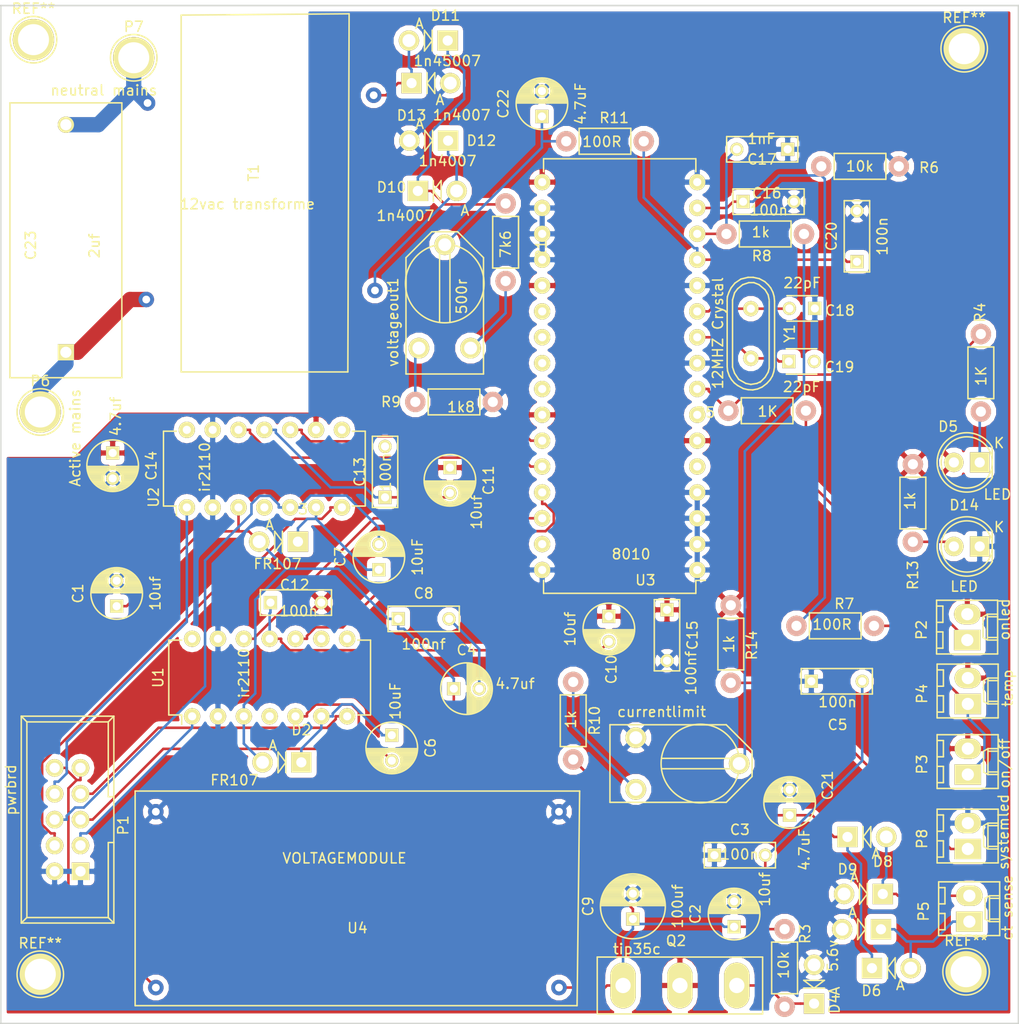
<source format=kicad_pcb>
(kicad_pcb (version 4) (host pcbnew 4.0.3+e1-6302~38~ubuntu14.04.1-stable)
  (layers (0 F.Cu signal) (31 B.Cu signal) (34 B.Paste user) (35 F.Paste user) (36 B.SilkS user) (37 F.SilkS user) (38 B.Mask user hide) (39 F.Mask user hide) (44 Edge.Cuts user))
  (net 0 "")
  (net 1 +12V)
  (net 2 GND)
  (net 3 "Net-(C6-Pad1)")
  (net 4 "Net-(C6-Pad2)")
  (net 5 "Net-(C7-Pad1)")
  (net 6 "Net-(C7-Pad2)")
  (net 7 +5V)
  (net 8 "Net-(C10-Pad2)")
  (net 9 "Net-(C11-Pad2)")
  (net 10 "Net-(C16-Pad1)")
  (net 11 "Net-(C17-Pad2)")
  (net 12 "Net-(C18-Pad1)")
  (net 13 "Net-(C19-Pad2)")
  (net 14 "Net-(C20-Pad1)")
  (net 15 "Net-(C21-Pad1)")
  (net 16 "Net-(C22-Pad1)")
  (net 17 "Net-(C23-Pad1)")
  (net 18 "Net-(C23-Pad2)")
  (net 19 "Net-(D4-Pad1)")
  (net 20 "Net-(D5-Pad1)")
  (net 21 "Net-(D6-Pad2)")
  (net 22 "Net-(D8-Pad1)")
  (net 23 "Net-(D10-Pad2)")
  (net 24 "Net-(D10-Pad1)")
  (net 25 "Net-(D11-Pad2)")
  (net 26 "Net-(D14-Pad2)")
  (net 27 "Net-(P1-Pad3)")
  (net 28 "Net-(P1-Pad4)")
  (net 29 "Net-(P1-Pad7)")
  (net 30 "Net-(P1-Pad8)")
  (net 31 +48V)
  (net 32 "Net-(P2-Pad1)")
  (net 33 "Net-(P3-Pad1)")
  (net 34 "Net-(P8-Pad1)")
  (net 35 "Net-(R4-Pad1)")
  (net 36 "Net-(R8-Pad1)")
  (net 37 "Net-(R9-Pad2)")
  (net 38 "Net-(R10-Pad2)")
  (net 39 "Net-(R12-Pad2)")
  (net 40 "Net-(U1-Pad10)")
  (net 41 "Net-(U1-Pad12)")
  (net 42 "Net-(U2-Pad10)")
  (net 43 "Net-(U2-Pad12)")
  (net 44 "Net-(C4-Pad2)")
  (module Capacitors_ThroughHole:C_Radial_D5_L6_P2.5 (layer F.Cu) (at 85.6107 109.88 90)
    (fp_text reference C1 (at 1.25 -3.8 90) (layer F.SilkS))
    (fp_text value 10uf (at 1.25 3.8 90) (layer F.SilkS))
    (pad 1 thru_hole rect (at 0 0 90) (size 1.3 1.3) (drill 0.8) (layers *.Cu *.Mask F.SilkS) (net 1 +12V))
    (pad 2 thru_hole circle (at 2.5 0 90) (size 1.3 1.3) (drill 0.8) (layers *.Cu *.Mask F.SilkS) (net 2 GND))
  )
  (module Capacitors_ThroughHole:C_Radial_D5_L6_P2.5 (layer F.Cu) (at 146.291 141.376 90)
    (fp_text reference C2 (at 1.25 -3.8 90) (layer F.SilkS))
    (fp_text value 10uf (at 3.683 3.0226 90) (layer F.SilkS))
    (pad 1 thru_hole rect (at 0 0 90) (size 1.3 1.3) (drill 0.8) (layers *.Cu *.Mask F.SilkS) (net 1 +12V))
    (pad 2 thru_hole circle (at 2.5 0 90) (size 1.3 1.3) (drill 0.8) (layers *.Cu *.Mask F.SilkS) (net 2 GND))
  )
  (module Capacitors_ThroughHole:C_Rect_L7_W2.5_P5 (layer F.Cu) (at 144.361 134.341)
    (fp_text reference C3 (at 2.5 -2.5) (layer F.SilkS))
    (fp_text value 100n (at 2.4765 -0.0762) (layer F.SilkS))
    (pad 1 thru_hole rect (at 0 0) (size 1.3 1.3) (drill 0.8) (layers *.Cu *.Mask F.SilkS) (net 2 GND))
    (pad 2 thru_hole circle (at 5 0) (size 1.3 1.3) (drill 0.8) (layers *.Cu *.Mask F.SilkS) (net 1 +12V))
  )
  (module Capacitors_ThroughHole:C_Radial_D5_L6_P2.5 (layer F.Cu) (at 118.745 117.983)
    (fp_text reference C4 (at 1.25 -3.8) (layer F.SilkS))
    (fp_text value 4.7uf (at 6.02 -0.483) (layer F.SilkS))
    (pad 1 thru_hole rect (at 0 0) (size 1.3 1.3) (drill 0.8) (layers *.Cu *.Mask F.SilkS) (net 1 +12V))
    (pad 2 thru_hole circle (at 2.5 0) (size 1.3 1.3) (drill 0.8) (layers *.Cu *.Mask F.SilkS) (net 44 "Net-(C4-Pad2)"))
  )
  (module Capacitors_ThroughHole:C_Rect_L7_W2.5_P5 (layer F.Cu) (at 153.886 117.259)
    (fp_text reference C5 (at 2.5781 4.2799) (layer F.SilkS))
    (fp_text value 100n (at 2.5781 2.0447) (layer F.SilkS))
    (pad 1 thru_hole rect (at 0 0) (size 1.3 1.3) (drill 0.8) (layers *.Cu *.Mask F.SilkS) (net 2 GND))
    (pad 2 thru_hole circle (at 5 0) (size 1.3 1.3) (drill 0.8) (layers *.Cu *.Mask F.SilkS) (net 1 +12V))
  )
  (module Capacitors_ThroughHole:C_Radial_D5_L6_P2.5 (layer F.Cu) (at 112.649 122.555 270)
    (fp_text reference C6 (at 1.25 -3.8 270) (layer F.SilkS))
    (fp_text value 10uF (at -3.353 -0.356 270) (layer F.SilkS))
    (pad 1 thru_hole rect (at 0 0 270) (size 1.3 1.3) (drill 0.8) (layers *.Cu *.Mask F.SilkS) (net 3 "Net-(C6-Pad1)"))
    (pad 2 thru_hole circle (at 2.5 0 270) (size 1.3 1.3) (drill 0.8) (layers *.Cu *.Mask F.SilkS) (net 4 "Net-(C6-Pad2)"))
  )
  (module Capacitors_ThroughHole:C_Radial_D5_L6_P2.5 (layer F.Cu) (at 111.379 106.299 90)
    (fp_text reference C7 (at 1.25 -3.8 90) (layer F.SilkS))
    (fp_text value 10uF (at 1.25 3.8 90) (layer F.SilkS))
    (pad 1 thru_hole rect (at 0 0 90) (size 1.3 1.3) (drill 0.8) (layers *.Cu *.Mask F.SilkS) (net 5 "Net-(C7-Pad1)"))
    (pad 2 thru_hole circle (at 2.5 0 90) (size 1.3 1.3) (drill 0.8) (layers *.Cu *.Mask F.SilkS) (net 6 "Net-(C7-Pad2)"))
  )
  (module Capacitors_ThroughHole:C_Rect_L7_W2.5_P5 (layer F.Cu) (at 113.284 111.125)
    (fp_text reference C8 (at 2.5 -2.5) (layer F.SilkS))
    (fp_text value 100nf (at 2.5 2.5) (layer F.SilkS))
    (pad 1 thru_hole rect (at 0 0) (size 1.3 1.3) (drill 0.8) (layers *.Cu *.Mask F.SilkS) (net 1 +12V))
    (pad 2 thru_hole circle (at 5 0) (size 1.3 1.3) (drill 0.8) (layers *.Cu *.Mask F.SilkS) (net 44 "Net-(C4-Pad2)"))
  )
  (module Capacitors_ThroughHole:C_Radial_D6.3_L11.2_P2.5 (layer F.Cu) (at 136.347 140.614 90)
    (fp_text reference C9 (at 1.25 -4.4 90) (layer F.SilkS))
    (fp_text value 100uf (at 1.25 4.4 90) (layer F.SilkS))
    (pad 2 thru_hole circle (at 2.5 0 90) (size 1.3 1.3) (drill 0.8) (layers *.Cu *.Mask F.SilkS) (net 2 GND))
    (pad 1 thru_hole rect (at 0 0 90) (size 1.3 1.3) (drill 0.8) (layers *.Cu *.Mask F.SilkS) (net 1 +12V))
  )
  (module Capacitors_ThroughHole:C_Radial_D5_L11_P2.5 (layer F.Cu) (at 133.985 110.871 270)
    (fp_text reference C10 (at 5.2197 -0.2413 270) (layer F.SilkS))
    (fp_text value 10uf (at 1.25 3.8 270) (layer F.SilkS))
    (pad 1 thru_hole rect (at 0 0 270) (size 1.3 1.3) (drill 0.8) (layers *.Cu *.Mask F.SilkS) (net 7 +5V))
    (pad 2 thru_hole circle (at 2.5 0 270) (size 1.3 1.3) (drill 0.8) (layers *.Cu *.Mask F.SilkS) (net 8 "Net-(C10-Pad2)"))
  )
  (module Capacitors_ThroughHole:C_Radial_D5_L11_P2.5 (layer F.Cu) (at 118.364 96.266 270)
    (fp_text reference C11 (at 1.25 -3.8 270) (layer F.SilkS))
    (fp_text value 10uf (at 4.38404 -2.61874 270) (layer F.SilkS))
    (pad 1 thru_hole rect (at 0 0 270) (size 1.3 1.3) (drill 0.8) (layers *.Cu *.Mask F.SilkS) (net 7 +5V))
    (pad 2 thru_hole circle (at 2.5 0 270) (size 1.3 1.3) (drill 0.8) (layers *.Cu *.Mask F.SilkS) (net 9 "Net-(C11-Pad2)"))
  )
  (module Capacitors_ThroughHole:C_Rect_L7_W2.5_P5 (layer F.Cu) (at 100.724 109.525)
    (fp_text reference C12 (at 2.3749 -1.73228) (layer F.SilkS))
    (fp_text value 100n (at 2.76606 0.8382) (layer F.SilkS))
    (pad 1 thru_hole rect (at 0 0) (size 1.3 1.3) (drill 0.8) (layers *.Cu *.Mask F.SilkS) (net 8 "Net-(C10-Pad2)"))
    (pad 2 thru_hole circle (at 5 0) (size 1.3 1.3) (drill 0.8) (layers *.Cu *.Mask F.SilkS) (net 7 +5V))
  )
  (module Capacitors_ThroughHole:C_Rect_L7_W2.5_P5 (layer F.Cu) (at 111.989 99.187 90)
    (fp_text reference C13 (at 2.5 -2.5 90) (layer F.SilkS))
    (fp_text value 100n (at 2.4767 0.0633 90) (layer F.SilkS))
    (pad 1 thru_hole rect (at 0 0 90) (size 1.3 1.3) (drill 0.8) (layers *.Cu *.Mask F.SilkS) (net 9 "Net-(C11-Pad2)"))
    (pad 2 thru_hole circle (at 5 0 90) (size 1.3 1.3) (drill 0.8) (layers *.Cu *.Mask F.SilkS) (net 7 +5V))
  )
  (module Capacitors_ThroughHole:C_Radial_D5_L6_P2.5 (layer F.Cu) (at 85.217 94.8309 270)
    (fp_text reference C14 (at 1.25 -3.8 270) (layer F.SilkS))
    (fp_text value 4.7uf (at -3.5812 -0.3048 270) (layer F.SilkS))
    (pad 1 thru_hole rect (at 0 0 270) (size 1.3 1.3) (drill 0.8) (layers *.Cu *.Mask F.SilkS) (net 7 +5V))
    (pad 2 thru_hole circle (at 2.5 0 270) (size 1.3 1.3) (drill 0.8) (layers *.Cu *.Mask F.SilkS) (net 2 GND))
  )
  (module Capacitors_ThroughHole:C_Rect_L7_W2.5_P5 (layer F.Cu) (at 139.7 110.236 270)
    (fp_text reference C15 (at 2.5 -2.5 270) (layer F.SilkS))
    (fp_text value 100nf (at 6.223 -2.3622 270) (layer F.SilkS))
    (pad 1 thru_hole rect (at 0 0 270) (size 1.3 1.3) (drill 0.8) (layers *.Cu *.Mask F.SilkS) (net 7 +5V))
    (pad 2 thru_hole circle (at 5 0 270) (size 1.3 1.3) (drill 0.8) (layers *.Cu *.Mask F.SilkS) (net 2 GND))
  )
  (module Capacitors_ThroughHole:C_Rect_L7_W2.5_P5 (layer F.Cu) (at 147.18 70.1421)
    (fp_text reference C16 (at 2.3241 -0.83566) (layer F.SilkS))
    (fp_text value 100n (at 2.5142 0.8382) (layer F.SilkS))
    (pad 1 thru_hole rect (at 0 0) (size 1.3 1.3) (drill 0.8) (layers *.Cu *.Mask F.SilkS) (net 10 "Net-(C16-Pad1)"))
    (pad 2 thru_hole circle (at 5 0) (size 1.3 1.3) (drill 0.8) (layers *.Cu *.Mask F.SilkS) (net 2 GND))
  )
  (module Capacitors_ThroughHole:C_Rect_L7_W2.5_P5 (layer F.Cu) (at 151.562 64.9986 180)
    (fp_text reference C17 (at 2.5146 -0.9906 180) (layer F.SilkS))
    (fp_text value 1nF (at 2.5908 1.02616 180) (layer F.SilkS))
    (pad 1 thru_hole rect (at 0 0 180) (size 1.3 1.3) (drill 0.8) (layers *.Cu *.Mask F.SilkS) (net 2 GND))
    (pad 2 thru_hole circle (at 5 0 180) (size 1.3 1.3) (drill 0.8) (layers *.Cu *.Mask F.SilkS) (net 11 "Net-(C17-Pad2)"))
  )
  (module Capacitors_ThroughHole:C_Disc_D3_P2.5 (layer F.Cu) (at 151.676 85.8393)
    (fp_text reference C18 (at 5.0165 -5.0038) (layer F.SilkS))
    (fp_text value 22pF (at 1.25 2.5) (layer F.SilkS))
    (pad 1 thru_hole rect (at 0 0) (size 1.3 1.3) (drill 0.8) (layers *.Cu *.Mask F.SilkS) (net 12 "Net-(C18-Pad1)"))
    (pad 2 thru_hole circle (at 2.5 0) (size 1.3 1.3) (drill 0.8001) (layers *.Cu *.Mask F.SilkS) (net 2 GND))
  )
  (module Capacitors_ThroughHole:C_Disc_D3_P2.5 (layer F.Cu) (at 154.229 80.6323 180)
    (fp_text reference C19 (at -2.4257 -5.7531 180) (layer F.SilkS))
    (fp_text value 22pF (at 1.25 2.5 180) (layer F.SilkS))
    (pad 1 thru_hole rect (at 0 0 180) (size 1.3 1.3) (drill 0.8) (layers *.Cu *.Mask F.SilkS) (net 2 GND))
    (pad 2 thru_hole circle (at 2.5 0 180) (size 1.3 1.3) (drill 0.8001) (layers *.Cu *.Mask F.SilkS) (net 13 "Net-(C19-Pad2)"))
  )
  (module Capacitors_ThroughHole:C_Rect_L7_W2.5_P5 (layer F.Cu) (at 158.369 76.0476 90)
    (fp_text reference C20 (at 2.5 -2.5 90) (layer F.SilkS))
    (fp_text value 100n (at 2.5 2.5 90) (layer F.SilkS))
    (pad 1 thru_hole rect (at 0 0 90) (size 1.3 1.3) (drill 0.8) (layers *.Cu *.Mask F.SilkS) (net 14 "Net-(C20-Pad1)"))
    (pad 2 thru_hole circle (at 5 0 90) (size 1.3 1.3) (drill 0.8) (layers *.Cu *.Mask F.SilkS) (net 2 GND))
  )
  (module Capacitors_ThroughHole:C_Radial_D5_L6_P2.5 (layer F.Cu) (at 151.752 130.416 90)
    (fp_text reference C21 (at 2.9337 3.7338 90) (layer F.SilkS))
    (fp_text value 4.7uF (at -3.3782 1.4478 90) (layer F.SilkS))
    (pad 1 thru_hole rect (at 0 0 90) (size 1.3 1.3) (drill 0.8) (layers *.Cu *.Mask F.SilkS) (net 15 "Net-(C21-Pad1)"))
    (pad 2 thru_hole circle (at 2.5 0 90) (size 1.3 1.3) (drill 0.8) (layers *.Cu *.Mask F.SilkS) (net 2 GND))
  )
  (module Capacitors_ThroughHole:C_Radial_D5_L6_P2.5 (layer F.Cu) (at 127.406 61.7728 90)
    (fp_text reference C22 (at 1.25 -3.8 90) (layer F.SilkS))
    (fp_text value 4.7uF (at 1.25 3.8 90) (layer F.SilkS))
    (pad 1 thru_hole rect (at 0 0 90) (size 1.3 1.3) (drill 0.8) (layers *.Cu *.Mask F.SilkS) (net 16 "Net-(C22-Pad1)"))
    (pad 2 thru_hole circle (at 2.5 0 90) (size 1.3 1.3) (drill 0.8) (layers *.Cu *.Mask F.SilkS) (net 2 GND))
  )
  (module Diodes_ThroughHole:Diode_DO-41_SOD81_Vertical_AnodeUp (layer F.Cu) (at 103.759 125.222 180)
    (fp_text reference D2 (at 0 3.175 180) (layer F.SilkS))
    (fp_text value FR107 (at 6.5786 -1.7526 180) (layer F.SilkS))
    (fp_text user A (at 2.794 1.651 180) (layer F.SilkS))
    (pad 2 thru_hole circle (at 3.81 0 180) (size 1.99898 1.99898) (drill 1.27) (layers *.Cu *.Mask F.SilkS) (net 1 +12V))
    (pad 1 thru_hole rect (at 0 0 180) (size 1.99898 1.99898) (drill 1.00076) (layers *.Cu *.Mask F.SilkS) (net 3 "Net-(C6-Pad1)"))
  )
  (module Diodes_ThroughHole:Diode_DO-41_SOD81_Vertical_AnodeUp (layer F.Cu) (at 103.429 103.543 180)
    (fp_text reference D3 (at 0 3.175 180) (layer F.SilkS))
    (fp_text value FR107 (at 2.0066 -2.18186 180) (layer F.SilkS))
    (fp_text user A (at 2.794 1.651 180) (layer F.SilkS))
    (pad 2 thru_hole circle (at 3.81 0 180) (size 1.99898 1.99898) (drill 1.27) (layers *.Cu *.Mask F.SilkS) (net 1 +12V))
    (pad 1 thru_hole rect (at 0 0 180) (size 1.99898 1.99898) (drill 1.00076) (layers *.Cu *.Mask F.SilkS) (net 5 "Net-(C7-Pad1)"))
  )
  (module Diodes_ThroughHole:Diode_DO-41_SOD81_Vertical_AnodeUp (layer F.Cu) (at 154.153 148.92 90)
    (fp_text reference D4 (at -0.0254 2.0066 90) (layer F.SilkS))
    (fp_text value 5.6v (at 4.699 1.8415 90) (layer F.SilkS))
    (fp_text user A (at 1.2319 2.0066 90) (layer F.SilkS))
    (pad 2 thru_hole circle (at 3.81 0 90) (size 1.99898 1.99898) (drill 1.27) (layers *.Cu *.Mask F.SilkS) (net 2 GND))
    (pad 1 thru_hole rect (at 0 0 90) (size 1.99898 1.99898) (drill 1.00076) (layers *.Cu *.Mask F.SilkS) (net 19 "Net-(D4-Pad1)"))
  )
  (module LEDs:LED-5MM (layer F.Cu) (at 170.434 95.758 180)
    (fp_text reference D5 (at 3.0988 3.5179 180) (layer F.SilkS))
    (fp_text value LED (at -1.7399 -3.1496 180) (layer F.SilkS))
    (fp_text user K (at -1.905 1.905 180) (layer F.SilkS))
    (pad 1 thru_hole rect (at 0 0 270) (size 2 1.9) (drill 1.00076) (layers *.Cu *.Mask F.SilkS) (net 20 "Net-(D5-Pad1)"))
    (pad 2 thru_hole circle (at 2.54 0 180) (size 1.9 1.9) (drill 1.00076) (layers *.Cu *.Mask F.SilkS) (net 7 +5V))
  )
  (module Diodes_ThroughHole:Diode_DO-41_SOD81_Vertical_AnodeUp (layer F.Cu) (at 159.842 145.44)
    (fp_text reference D6 (at -0.0508 2.2225) (layer F.SilkS))
    (fp_text value D)
    (fp_text user A (at 2.794 1.651) (layer F.SilkS))
    (pad 2 thru_hole circle (at 3.81 0) (size 1.99898 1.99898) (drill 1.27) (layers *.Cu *.Mask F.SilkS) (net 21 "Net-(D6-Pad2)"))
    (pad 1 thru_hole rect (at 0 0) (size 1.99898 1.99898) (drill 1.00076) (layers *.Cu *.Mask F.SilkS) (net 15 "Net-(C21-Pad1)"))
  )
  (module Diodes_ThroughHole:Diode_DO-41_SOD81_Vertical_AnodeUp (layer F.Cu) (at 160.731 141.618 180)
    (fp_text reference D7 (at 0 3.175 180) (layer F.SilkS))
    (fp_text value D)
    (fp_text user A (at 2.794 1.651 180) (layer F.SilkS))
    (pad 2 thru_hole circle (at 3.81 0 180) (size 1.99898 1.99898) (drill 1.27) (layers *.Cu *.Mask F.SilkS) (net 2 GND))
    (pad 1 thru_hole rect (at 0 0 180) (size 1.99898 1.99898) (drill 1.00076) (layers *.Cu *.Mask F.SilkS) (net 21 "Net-(D6-Pad2)"))
  )
  (module Diodes_ThroughHole:Diode_DO-41_SOD81_Vertical_AnodeUp (layer F.Cu) (at 160.909 138.151 180)
    (fp_text reference D8 (at 0 3.175 180) (layer F.SilkS))
    (fp_text value D)
    (fp_text user A (at 2.794 1.651 180) (layer F.SilkS))
    (pad 2 thru_hole circle (at 3.81 0 180) (size 1.99898 1.99898) (drill 1.27) (layers *.Cu *.Mask F.SilkS) (net 2 GND))
    (pad 1 thru_hole rect (at 0 0 180) (size 1.99898 1.99898) (drill 1.00076) (layers *.Cu *.Mask F.SilkS) (net 22 "Net-(D8-Pad1)"))
  )
  (module Diodes_ThroughHole:Diode_DO-41_SOD81_Vertical_AnodeUp (layer F.Cu) (at 157.442 132.55)
    (fp_text reference D9 (at 0 3.175) (layer F.SilkS))
    (fp_text value D)
    (fp_text user A (at 2.794 1.651) (layer F.SilkS))
    (pad 2 thru_hole circle (at 3.81 0) (size 1.99898 1.99898) (drill 1.27) (layers *.Cu *.Mask F.SilkS) (net 22 "Net-(D8-Pad1)"))
    (pad 1 thru_hole rect (at 0 0) (size 1.99898 1.99898) (drill 1.00076) (layers *.Cu *.Mask F.SilkS) (net 15 "Net-(C21-Pad1)"))
  )
  (module Diodes_ThroughHole:Diode_DO-41_SOD81_Vertical_AnodeUp (layer F.Cu) (at 115.214 69.088)
    (fp_text reference D10 (at -2.5904 -0.3556) (layer F.SilkS))
    (fp_text value 1n4007 (at -1.2192 2.4384) (layer F.SilkS))
    (fp_text user A (at 4.6232 1.9304) (layer F.SilkS))
    (pad 2 thru_hole circle (at 3.81 0) (size 1.99898 1.99898) (drill 1.27) (layers *.Cu *.Mask F.SilkS) (net 23 "Net-(D10-Pad2)"))
    (pad 1 thru_hole rect (at 0 0) (size 1.99898 1.99898) (drill 1.00076) (layers *.Cu *.Mask F.SilkS) (net 24 "Net-(D10-Pad1)"))
  )
  (module Diodes_ThroughHole:Diode_DO-41_SOD81_Vertical_AnodeUp (layer F.Cu) (at 118.148 54.3179 180)
    (fp_text reference D11 (at 0.2286 2.4638 180) (layer F.SilkS))
    (fp_text value 1n45007 (at 0.05 -2 180) (layer F.SilkS))
    (fp_text user A (at 2.794 1.651 180) (layer F.SilkS))
    (pad 2 thru_hole circle (at 3.81 0 180) (size 1.99898 1.99898) (drill 1.27) (layers *.Cu *.Mask F.SilkS) (net 25 "Net-(D11-Pad2)"))
    (pad 1 thru_hole rect (at 0 0 180) (size 1.99898 1.99898) (drill 1.00076) (layers *.Cu *.Mask F.SilkS) (net 24 "Net-(D10-Pad1)"))
  )
  (module Diodes_ThroughHole:Diode_DO-41_SOD81_Vertical_AnodeUp (layer F.Cu) (at 118.186 64.1477 180)
    (fp_text reference D12 (at -3.2762 0.0002 180) (layer F.SilkS))
    (fp_text value 1n4007 (at 0.05 -2 180) (layer F.SilkS))
    (fp_text user A (at 2.794 1.651 180) (layer F.SilkS))
    (pad 2 thru_hole circle (at 3.81 0 180) (size 1.99898 1.99898) (drill 1.27) (layers *.Cu *.Mask F.SilkS) (net 2 GND))
    (pad 1 thru_hole rect (at 0 0 180) (size 1.99898 1.99898) (drill 1.00076) (layers *.Cu *.Mask F.SilkS) (net 23 "Net-(D10-Pad2)"))
  )
  (module Diodes_ThroughHole:Diode_DO-41_SOD81_Vertical_AnodeUp (layer F.Cu) (at 114.592 58.4962)
    (fp_text reference D13 (at 0 3.175) (layer F.SilkS))
    (fp_text value 1n4007 (at 4.9272 3.1496) (layer F.SilkS))
    (fp_text user A (at 2.794 1.651) (layer F.SilkS))
    (pad 2 thru_hole circle (at 3.81 0) (size 1.99898 1.99898) (drill 1.27) (layers *.Cu *.Mask F.SilkS) (net 2 GND))
    (pad 1 thru_hole rect (at 0 0) (size 1.99898 1.99898) (drill 1.00076) (layers *.Cu *.Mask F.SilkS) (net 25 "Net-(D11-Pad2)"))
  )
  (module LEDs:LED-5MM (layer F.Cu) (at 170.434 104.013 180)
    (fp_text reference D14 (at 1.524 4.064 180) (layer F.SilkS))
    (fp_text value LED (at 1.524 -3.937 180) (layer F.SilkS))
    (fp_text user K (at -1.905 1.905 180) (layer F.SilkS))
    (pad 1 thru_hole rect (at 0 0 270) (size 2 1.9) (drill 1.00076) (layers *.Cu *.Mask F.SilkS) (net 2 GND))
    (pad 2 thru_hole circle (at 2.54 0 180) (size 1.9 1.9) (drill 1.00076) (layers *.Cu *.Mask F.SilkS) (net 26 "Net-(D14-Pad2)"))
  )
  (module Connect:IDC_Header_Straight_10pins (layer F.Cu) (at 82.0547 135.928 90)
    (fp_text reference P1 (at 4.52364 4.19862 90) (layer F.SilkS))
    (fp_text value pwrbrd (at 8.001 -6.8453 90) (layer F.SilkS))
    (pad 1 thru_hole rect (at 0 0 90) (size 1.7272 1.7272) (drill 1.016) (layers *.Cu *.Mask F.SilkS) (net 2 GND))
    (pad 2 thru_hole oval (at 0 -2.54 90) (size 1.7272 1.7272) (drill 1.016) (layers *.Cu *.Mask F.SilkS) (net 2 GND))
    (pad 3 thru_hole oval (at 2.54 0 90) (size 1.7272 1.7272) (drill 1.016) (layers *.Cu *.Mask F.SilkS) (net 27 "Net-(P1-Pad3)"))
    (pad 4 thru_hole oval (at 2.54 -2.54 90) (size 1.7272 1.7272) (drill 1.016) (layers *.Cu *.Mask F.SilkS) (net 28 "Net-(P1-Pad4)"))
    (pad 5 thru_hole oval (at 5.08 0 90) (size 1.7272 1.7272) (drill 1.016) (layers *.Cu *.Mask F.SilkS) (net 4 "Net-(C6-Pad2)"))
    (pad 6 thru_hole oval (at 5.08 -2.54 90) (size 1.7272 1.7272) (drill 1.016) (layers *.Cu *.Mask F.SilkS) (net 6 "Net-(C7-Pad2)"))
    (pad 7 thru_hole oval (at 7.62 0 90) (size 1.7272 1.7272) (drill 1.016) (layers *.Cu *.Mask F.SilkS) (net 29 "Net-(P1-Pad7)"))
    (pad 8 thru_hole oval (at 7.62 -2.54 90) (size 1.7272 1.7272) (drill 1.016) (layers *.Cu *.Mask F.SilkS) (net 30 "Net-(P1-Pad8)"))
    (pad 9 thru_hole oval (at 10.16 0 90) (size 1.7272 1.7272) (drill 1.016) (layers *.Cu *.Mask F.SilkS) (net 31 +48V))
    (pad 10 thru_hole oval (at 10.16 -2.54 90) (size 1.7272 1.7272) (drill 1.016) (layers *.Cu *.Mask F.SilkS) (net 31 +48V))
  )
  (module Connectors_Molex:Molex_KK-6410-02_02x2.54mm_Straight (layer F.Cu) (at 169.215 113.208 90)
    (fp_text reference P2 (at 1 -4.5 90) (layer F.SilkS))
    (fp_text value onled (at 2.0318 3.6576 90) (layer F.SilkS))
    (pad 1 thru_hole rect (at 0 0 90) (size 2 2.6) (drill 1.2) (layers *.Cu *.Mask F.SilkS) (net 32 "Net-(P2-Pad1)"))
    (pad 2 thru_hole oval (at 2.54 0 90) (size 2 2.6) (drill 1.2) (layers *.Cu *.Mask F.SilkS) (net 7 +5V))
  )
  (module Connectors_Molex:Molex_KK-6410-02_02x2.54mm_Straight (layer F.Cu) (at 169.266 126.416 90)
    (fp_text reference P3 (at 1 -4.5 90) (layer F.SilkS))
    (fp_text value on/off (at 1.0926 3.6068 90) (layer F.SilkS))
    (pad 1 thru_hole rect (at 0 0 90) (size 2 2.6) (drill 1.2) (layers *.Cu *.Mask F.SilkS) (net 33 "Net-(P3-Pad1)"))
    (pad 2 thru_hole oval (at 2.54 0 90) (size 2 2.6) (drill 1.2) (layers *.Cu *.Mask F.SilkS) (net 7 +5V))
  )
  (module Connectors_Molex:Molex_KK-6410-02_02x2.54mm_Straight (layer F.Cu) (at 169.266 119.482 90)
    (fp_text reference P4 (at 1 -4.5 90) (layer F.SilkS))
    (fp_text value temp (at 1.5494 3.9114 90) (layer F.SilkS))
    (pad 1 thru_hole rect (at 0 0 90) (size 2 2.6) (drill 1.2) (layers *.Cu *.Mask F.SilkS) (net 33 "Net-(P3-Pad1)"))
    (pad 2 thru_hole oval (at 2.54 0 90) (size 2 2.6) (drill 1.2) (layers *.Cu *.Mask F.SilkS) (net 7 +5V))
  )
  (module Connectors_Molex:Molex_KK-6410-02_02x2.54mm_Straight (layer F.Cu) (at 169.418 140.868 90)
    (fp_text reference P5 (at 1 -4.5 90) (layer F.SilkS))
    (fp_text value "ct sense" (at 1.3714 3.734 90) (layer F.SilkS))
    (pad 1 thru_hole rect (at 0 0 90) (size 2 2.6) (drill 1.2) (layers *.Cu *.Mask F.SilkS) (net 21 "Net-(D6-Pad2)"))
    (pad 2 thru_hole oval (at 2.54 0 90) (size 2 2.6) (drill 1.2) (layers *.Cu *.Mask F.SilkS) (net 22 "Net-(D8-Pad1)"))
  )
  (module Connect:1pin (layer F.Cu) (at 78.105 90.805)
    (fp_text reference P6 (at 0 -3.048) (layer F.SilkS))
    (fp_text value "Active mains" (at 3.429 2.54 90) (layer F.SilkS))
    (pad 1 thru_hole circle (at 0 0) (size 4.064 4.064) (drill 3.048) (layers *.Cu *.Mask F.SilkS) (net 17 "Net-(C23-Pad1)"))
  )
  (module Connect:1pin (layer F.Cu) (at 87.2871 56.007)
    (fp_text reference P7 (at 0 -3.048) (layer F.SilkS))
    (fp_text value "neutral mains" (at -2.9337 3.2004) (layer F.SilkS))
    (pad 1 thru_hole circle (at 0 0) (size 4.064 4.064) (drill 3.048) (layers *.Cu *.Mask F.SilkS) (net 18 "Net-(C23-Pad2)"))
  )
  (module Connectors_Molex:Molex_KK-6410-02_02x2.54mm_Straight (layer F.Cu) (at 169.266 133.731 90)
    (fp_text reference P8 (at 1 -4.5 90) (layer F.SilkS))
    (fp_text value systemled (at 1.6766 3.5052 90) (layer F.SilkS))
    (pad 1 thru_hole rect (at 0 0 90) (size 2 2.6) (drill 1.2) (layers *.Cu *.Mask F.SilkS) (net 34 "Net-(P8-Pad1)"))
    (pad 2 thru_hole oval (at 2.54 0 90) (size 2 2.6) (drill 1.2) (layers *.Cu *.Mask F.SilkS) (net 2 GND))
  )
  (module TO_SOT_Packages_THT:TO-247_Vertical_Neutral123 (layer F.Cu) (at 140.97 147.142 180)
    (fp_text reference Q2 (at 0.381 4.3942 180) (layer F.SilkS))
    (fp_text value tip35c (at 4.2291 3.5814 180) (layer F.SilkS))
    (pad 2 thru_hole oval (at 0 0 270) (size 4.50088 2.49936) (drill 1.50114) (layers *.Cu *.Mask F.SilkS) (net 7 +5V))
    (pad 1 thru_hole oval (at -5.588 0 270) (size 4.50088 2.49936) (drill 1.50114) (layers *.Cu *.Mask F.SilkS) (net 19 "Net-(D4-Pad1)"))
    (pad 3 thru_hole oval (at 5.588 0 270) (size 4.50088 2.49936) (drill 1.50114) (layers *.Cu *.Mask F.SilkS) (net 1 +12V))
  )
  (module Resistors_ThroughHole:Resistor_Horizontal_RM7mm (layer F.Cu) (at 151.257 141.605 270)
    (fp_text reference R3 (at 0.4699 -2.0193 270) (layer F.SilkS))
    (fp_text value 10k (at 3.5179 0.1016 270) (layer F.SilkS))
    (pad 1 thru_hole circle (at 0 0 270) (size 1.99898 1.99898) (drill 1.00076) (layers *.Cu *.SilkS *.Mask) (net 1 +12V))
    (pad 2 thru_hole circle (at 7.62 0 270) (size 1.99898 1.99898) (drill 1.00076) (layers *.Cu *.SilkS *.Mask) (net 19 "Net-(D4-Pad1)"))
  )
  (module Resistors_ThroughHole:Resistor_Horizontal_RM7mm (layer F.Cu) (at 170.548 83.1469 270)
    (fp_text reference R4 (at -2.1078 0.0764 270) (layer F.SilkS))
    (fp_text value 1K (at 4.1152 -0.0252 270) (layer F.SilkS))
    (pad 1 thru_hole circle (at 0 0 270) (size 1.99898 1.99898) (drill 1.00076) (layers *.Cu *.SilkS *.Mask) (net 35 "Net-(R4-Pad1)"))
    (pad 2 thru_hole circle (at 7.62 0 270) (size 1.99898 1.99898) (drill 1.00076) (layers *.Cu *.SilkS *.Mask) (net 20 "Net-(D5-Pad1)"))
  )
  (module Resistors_ThroughHole:Resistor_Horizontal_RM7mm (layer F.Cu) (at 145.732 90.678)
    (fp_text reference R5 (at -2.2862 0.1782) (layer F.SilkS))
    (fp_text value 1K (at 3.8606 0.0766) (layer F.SilkS))
    (pad 1 thru_hole circle (at 0 0) (size 1.99898 1.99898) (drill 1.00076) (layers *.Cu *.SilkS *.Mask) (net 35 "Net-(R4-Pad1)"))
    (pad 2 thru_hole circle (at 7.62 0) (size 1.99898 1.99898) (drill 1.00076) (layers *.Cu *.SilkS *.Mask) (net 32 "Net-(P2-Pad1)"))
  )
  (module Resistors_ThroughHole:Resistor_Horizontal_RM7mm (layer F.Cu) (at 154.864 66.675)
    (fp_text reference R6 (at 10.5922 0.127) (layer F.SilkS))
    (fp_text value 10k (at 3.785 0) (layer F.SilkS))
    (pad 1 thru_hole circle (at 0 0) (size 1.99898 1.99898) (drill 1.00076) (layers *.Cu *.SilkS *.Mask) (net 10 "Net-(C16-Pad1)"))
    (pad 2 thru_hole circle (at 7.62 0) (size 1.99898 1.99898) (drill 1.00076) (layers *.Cu *.SilkS *.Mask) (net 2 GND))
  )
  (module Resistors_ThroughHole:Resistor_Horizontal_RM7mm (layer F.Cu) (at 160.045 111.811 180)
    (fp_text reference R7 (at 2.921 2.159 180) (layer F.SilkS))
    (fp_text value 100R (at 4.1152 0.127 180) (layer F.SilkS))
    (pad 1 thru_hole circle (at 0 0 180) (size 1.99898 1.99898) (drill 1.00076) (layers *.Cu *.SilkS *.Mask) (net 33 "Net-(P3-Pad1)"))
    (pad 2 thru_hole circle (at 7.62 0 180) (size 1.99898 1.99898) (drill 1.00076) (layers *.Cu *.SilkS *.Mask) (net 10 "Net-(C16-Pad1)"))
  )
  (module Resistors_ThroughHole:Resistor_Horizontal_RM7mm (layer F.Cu) (at 153.162 73.3171 180)
    (fp_text reference R8 (at 4.1529 -2.159 180) (layer F.SilkS))
    (fp_text value 1k (at 4.2418 0.178 180) (layer F.SilkS))
    (pad 1 thru_hole circle (at 0 0 180) (size 1.99898 1.99898) (drill 1.00076) (layers *.Cu *.SilkS *.Mask) (net 36 "Net-(R8-Pad1)"))
    (pad 2 thru_hole circle (at 7.62 0 180) (size 1.99898 1.99898) (drill 1.00076) (layers *.Cu *.SilkS *.Mask) (net 11 "Net-(C17-Pad2)"))
  )
  (module Resistors_ThroughHole:Resistor_Horizontal_RM7mm (layer F.Cu) (at 122.58 89.8144 180)
    (fp_text reference R9 (at 10.0078 0 180) (layer F.SilkS))
    (fp_text value 1k8 (at 3.1244 -0.508 180) (layer F.SilkS))
    (pad 1 thru_hole circle (at 0 0 180) (size 1.99898 1.99898) (drill 1.00076) (layers *.Cu *.SilkS *.Mask) (net 2 GND))
    (pad 2 thru_hole circle (at 7.62 0 180) (size 1.99898 1.99898) (drill 1.00076) (layers *.Cu *.SilkS *.Mask) (net 37 "Net-(R9-Pad2)"))
  )
  (module Resistors_ThroughHole:Resistor_Horizontal_RM7mm (layer F.Cu) (at 130.48 124.943 90)
    (fp_text reference R10 (at 3.8227 2.1082 90) (layer F.SilkS))
    (fp_text value 1k (at 3.937 -0.2286 90) (layer F.SilkS))
    (pad 1 thru_hole circle (at 0 0 90) (size 1.99898 1.99898) (drill 1.00076) (layers *.Cu *.SilkS *.Mask) (net 15 "Net-(C21-Pad1)"))
    (pad 2 thru_hole circle (at 7.62 0 90) (size 1.99898 1.99898) (drill 1.00076) (layers *.Cu *.SilkS *.Mask) (net 38 "Net-(R10-Pad2)"))
  )
  (module Resistors_ThroughHole:Resistor_Horizontal_RM7mm (layer F.Cu) (at 137.414 64.2112 180)
    (fp_text reference R11 (at 2.9083 2.2987 180) (layer F.SilkS))
    (fp_text value 100R (at 4.1021 -0.0508 180) (layer F.SilkS))
    (pad 1 thru_hole circle (at 0 0 180) (size 1.99898 1.99898) (drill 1.00076) (layers *.Cu *.SilkS *.Mask) (net 14 "Net-(C20-Pad1)"))
    (pad 2 thru_hole circle (at 7.62 0 180) (size 1.99898 1.99898) (drill 1.00076) (layers *.Cu *.SilkS *.Mask) (net 16 "Net-(C22-Pad1)"))
  )
  (module Resistors_ThroughHole:Resistor_Horizontal_RM7mm (layer F.Cu) (at 123.838 70.3199 270)
    (fp_text reference R12 (at 4.05892 -3.50012 270) (layer F.SilkS))
    (fp_text value 7k6 (at 4.0003 0.0002 270) (layer F.SilkS))
    (pad 1 thru_hole circle (at 0 0 270) (size 1.99898 1.99898) (drill 1.00076) (layers *.Cu *.SilkS *.Mask) (net 24 "Net-(D10-Pad1)"))
    (pad 2 thru_hole circle (at 7.62 0 270) (size 1.99898 1.99898) (drill 1.00076) (layers *.Cu *.SilkS *.Mask) (net 39 "Net-(R12-Pad2)"))
  )
  (module Resistors_ThroughHole:Resistor_Horizontal_RM7mm (layer F.Cu) (at 163.868 95.9358 270)
    (fp_text reference R13 (at 10.8966 0.0004 270) (layer F.SilkS))
    (fp_text value 1k (at 3.6068 0.2798 270) (layer F.SilkS))
    (pad 1 thru_hole circle (at 0 0 270) (size 1.99898 1.99898) (drill 1.00076) (layers *.Cu *.SilkS *.Mask) (net 7 +5V))
    (pad 2 thru_hole circle (at 7.62 0 270) (size 1.99898 1.99898) (drill 1.00076) (layers *.Cu *.SilkS *.Mask) (net 26 "Net-(D14-Pad2)"))
  )
  (module Resistors_ThroughHole:Resistor_Horizontal_RM7mm (layer F.Cu) (at 145.974 109.792 270)
    (fp_text reference R14 (at 3.937 -2.0572 270) (layer F.SilkS))
    (fp_text value 1k (at 3.81 0.178 270) (layer F.SilkS))
    (pad 1 thru_hole circle (at 0 0 270) (size 1.99898 1.99898) (drill 1.00076) (layers *.Cu *.SilkS *.Mask) (net 7 +5V))
    (pad 2 thru_hole circle (at 7.62 0 270) (size 1.99898 1.99898) (drill 1.00076) (layers *.Cu *.SilkS *.Mask) (net 34 "Net-(P8-Pad1)"))
  )
  (module ozinverterkicad:3wtransformer (layer F.Cu) (at 99.568 67.31 270)
    (fp_text reference T1 (at 0 0.5 270) (layer F.SilkS))
    (fp_text value "12vac transforme" (at 3.0734 1.1176 360) (layer F.SilkS))
    (pad 1 thru_hole circle (at -7.62 -11.303 270) (size 1.524 1.524) (drill 0.762) (layers *.Cu *.Mask) (net 25 "Net-(D11-Pad2)"))
    (pad 2 thru_hole circle (at 11.557 -11.43 270) (size 1.524 1.524) (drill 0.762) (layers *.Cu *.Mask) (net 23 "Net-(D10-Pad2)"))
    (pad 3 thru_hole circle (at -6.858 10.922 270) (size 1.524 1.524) (drill 0.762) (layers *.Cu *.Mask) (net 18 "Net-(C23-Pad2)"))
    (pad 4 thru_hole circle (at 12.446 11.049 270) (size 1.524 1.524) (drill 0.762) (layers *.Cu *.Mask) (net 17 "Net-(C23-Pad1)"))
  )
  (module Housings_DIP:DIP-14_W7.62mm (layer F.Cu) (at 93.0275 120.701 90)
    (fp_text reference U1 (at 3.79984 -3.3401 90) (layer F.SilkS))
    (fp_text value ir2110 (at 4.24688 5.09778 90) (layer F.SilkS))
    (pad 1 thru_hole oval (at 0 0 90) (size 1.6 1.6) (drill 0.8) (layers *.Cu *.Mask F.SilkS) (net 27 "Net-(P1-Pad3)"))
    (pad 2 thru_hole oval (at 0 2.54 90) (size 1.6 1.6) (drill 0.8) (layers *.Cu *.Mask F.SilkS) (net 2 GND))
    (pad 3 thru_hole oval (at 0 5.08 90) (size 1.6 1.6) (drill 0.8) (layers *.Cu *.Mask F.SilkS) (net 1 +12V))
    (pad 4 thru_hole oval (at 0 7.62 90) (size 1.6 1.6) (drill 0.8) (layers *.Cu *.Mask F.SilkS))
    (pad 5 thru_hole oval (at 0 10.16 90) (size 1.6 1.6) (drill 0.8) (layers *.Cu *.Mask F.SilkS) (net 4 "Net-(C6-Pad2)"))
    (pad 6 thru_hole oval (at 0 12.7 90) (size 1.6 1.6) (drill 0.8) (layers *.Cu *.Mask F.SilkS) (net 3 "Net-(C6-Pad1)"))
    (pad 7 thru_hole oval (at 0 15.24 90) (size 1.6 1.6) (drill 0.8) (layers *.Cu *.Mask F.SilkS) (net 29 "Net-(P1-Pad7)"))
    (pad 8 thru_hole oval (at 7.62 15.24 90) (size 1.6 1.6) (drill 0.8) (layers *.Cu *.Mask F.SilkS))
    (pad 9 thru_hole oval (at 7.62 12.7 90) (size 1.6 1.6) (drill 0.8) (layers *.Cu *.Mask F.SilkS) (net 7 +5V))
    (pad 10 thru_hole oval (at 7.62 10.16 90) (size 1.6 1.6) (drill 0.8) (layers *.Cu *.Mask F.SilkS) (net 40 "Net-(U1-Pad10)"))
    (pad 11 thru_hole oval (at 7.62 7.62 90) (size 1.6 1.6) (drill 0.8) (layers *.Cu *.Mask F.SilkS) (net 8 "Net-(C10-Pad2)"))
    (pad 12 thru_hole oval (at 7.62 5.08 90) (size 1.6 1.6) (drill 0.8) (layers *.Cu *.Mask F.SilkS) (net 41 "Net-(U1-Pad12)"))
    (pad 13 thru_hole oval (at 7.62 2.54 90) (size 1.6 1.6) (drill 0.8) (layers *.Cu *.Mask F.SilkS) (net 2 GND))
    (pad 14 thru_hole oval (at 7.62 0 90) (size 1.6 1.6) (drill 0.8) (layers *.Cu *.Mask F.SilkS))
  )
  (module Housings_DIP:DIP-14_W7.62mm (layer F.Cu) (at 92.5068 100.178 90)
    (fp_text reference U2 (at 0.9906 -3.26644 90) (layer F.SilkS))
    (fp_text value ir2110 (at 3.95224 1.76276 90) (layer F.SilkS))
    (pad 1 thru_hole oval (at 0 0 90) (size 1.6 1.6) (drill 0.8) (layers *.Cu *.Mask F.SilkS) (net 30 "Net-(P1-Pad8)"))
    (pad 2 thru_hole oval (at 0 2.54 90) (size 1.6 1.6) (drill 0.8) (layers *.Cu *.Mask F.SilkS) (net 2 GND))
    (pad 3 thru_hole oval (at 0 5.08 90) (size 1.6 1.6) (drill 0.8) (layers *.Cu *.Mask F.SilkS) (net 1 +12V))
    (pad 4 thru_hole oval (at 0 7.62 90) (size 1.6 1.6) (drill 0.8) (layers *.Cu *.Mask F.SilkS))
    (pad 5 thru_hole oval (at 0 10.16 90) (size 1.6 1.6) (drill 0.8) (layers *.Cu *.Mask F.SilkS) (net 6 "Net-(C7-Pad2)"))
    (pad 6 thru_hole oval (at 0 12.7 90) (size 1.6 1.6) (drill 0.8) (layers *.Cu *.Mask F.SilkS) (net 5 "Net-(C7-Pad1)"))
    (pad 7 thru_hole oval (at 0 15.24 90) (size 1.6 1.6) (drill 0.8) (layers *.Cu *.Mask F.SilkS) (net 28 "Net-(P1-Pad4)"))
    (pad 8 thru_hole oval (at 7.62 15.24 90) (size 1.6 1.6) (drill 0.8) (layers *.Cu *.Mask F.SilkS))
    (pad 9 thru_hole oval (at 7.62 12.7 90) (size 1.6 1.6) (drill 0.8) (layers *.Cu *.Mask F.SilkS) (net 7 +5V))
    (pad 10 thru_hole oval (at 7.62 10.16 90) (size 1.6 1.6) (drill 0.8) (layers *.Cu *.Mask F.SilkS) (net 42 "Net-(U2-Pad10)"))
    (pad 11 thru_hole oval (at 7.62 7.62 90) (size 1.6 1.6) (drill 0.8) (layers *.Cu *.Mask F.SilkS) (net 9 "Net-(C11-Pad2)"))
    (pad 12 thru_hole oval (at 7.62 5.08 90) (size 1.6 1.6) (drill 0.8) (layers *.Cu *.Mask F.SilkS) (net 43 "Net-(U2-Pad12)"))
    (pad 13 thru_hole oval (at 7.62 2.54 90) (size 1.6 1.6) (drill 0.8) (layers *.Cu *.Mask F.SilkS) (net 2 GND))
    (pad 14 thru_hole oval (at 7.62 0 90) (size 1.6 1.6) (drill 0.8) (layers *.Cu *.Mask F.SilkS))
  )
  (module Housings_DIP:DIP-32_W15.24mm (layer F.Cu) (at 142.672 106.324 180)
    (fp_text reference U3 (at 5.0927 -1.0033 180) (layer F.SilkS))
    (fp_text value 8010 (at 6.5026 1.5496 180) (layer F.SilkS))
    (pad 1 thru_hole oval (at 0 0 180) (size 1.6 1.6) (drill 0.8) (layers *.Cu *.Mask F.SilkS) (net 2 GND))
    (pad 2 thru_hole oval (at 0 2.54 180) (size 1.6 1.6) (drill 0.8) (layers *.Cu *.Mask F.SilkS) (net 2 GND))
    (pad 3 thru_hole oval (at 0 5.08 180) (size 1.6 1.6) (drill 0.8) (layers *.Cu *.Mask F.SilkS) (net 2 GND))
    (pad 4 thru_hole oval (at 0 7.62 180) (size 1.6 1.6) (drill 0.8) (layers *.Cu *.Mask F.SilkS) (net 2 GND))
    (pad 5 thru_hole oval (at 0 10.16 180) (size 1.6 1.6) (drill 0.8) (layers *.Cu *.Mask F.SilkS))
    (pad 6 thru_hole oval (at 0 12.7 180) (size 1.6 1.6) (drill 0.8) (layers *.Cu *.Mask F.SilkS) (net 7 +5V))
    (pad 7 thru_hole oval (at 0 15.24 180) (size 1.6 1.6) (drill 0.8) (layers *.Cu *.Mask F.SilkS))
    (pad 8 thru_hole oval (at 0 17.78 180) (size 1.6 1.6) (drill 0.8) (layers *.Cu *.Mask F.SilkS) (net 35 "Net-(R4-Pad1)"))
    (pad 9 thru_hole oval (at 0 20.32 180) (size 1.6 1.6) (drill 0.8) (layers *.Cu *.Mask F.SilkS) (net 2 GND))
    (pad 10 thru_hole oval (at 0 22.86 180) (size 1.6 1.6) (drill 0.8) (layers *.Cu *.Mask F.SilkS) (net 12 "Net-(C18-Pad1)"))
    (pad 11 thru_hole oval (at 0 25.4 180) (size 1.6 1.6) (drill 0.8) (layers *.Cu *.Mask F.SilkS) (net 13 "Net-(C19-Pad2)"))
    (pad 12 thru_hole oval (at 0 27.94 180) (size 1.6 1.6) (drill 0.8) (layers *.Cu *.Mask F.SilkS) (net 2 GND))
    (pad 13 thru_hole oval (at 0 30.48 180) (size 1.6 1.6) (drill 0.8) (layers *.Cu *.Mask F.SilkS) (net 14 "Net-(C20-Pad1)"))
    (pad 14 thru_hole oval (at 0 33.02 180) (size 1.6 1.6) (drill 0.8) (layers *.Cu *.Mask F.SilkS) (net 11 "Net-(C17-Pad2)"))
    (pad 15 thru_hole oval (at 0 35.56 180) (size 1.6 1.6) (drill 0.8) (layers *.Cu *.Mask F.SilkS) (net 10 "Net-(C16-Pad1)"))
    (pad 16 thru_hole oval (at 0 38.1 180) (size 1.6 1.6) (drill 0.8) (layers *.Cu *.Mask F.SilkS) (net 2 GND))
    (pad 17 thru_hole oval (at 15.24 38.1 180) (size 1.6 1.6) (drill 0.8) (layers *.Cu *.Mask F.SilkS) (net 7 +5V))
    (pad 18 thru_hole oval (at 15.24 35.56 180) (size 1.6 1.6) (drill 0.8) (layers *.Cu *.Mask F.SilkS) (net 2 GND))
    (pad 19 thru_hole oval (at 15.24 33.02 180) (size 1.6 1.6) (drill 0.8) (layers *.Cu *.Mask F.SilkS) (net 2 GND))
    (pad 20 thru_hole oval (at 15.24 30.48 180) (size 1.6 1.6) (drill 0.8) (layers *.Cu *.Mask F.SilkS) (net 2 GND))
    (pad 21 thru_hole oval (at 15.24 27.94 180) (size 1.6 1.6) (drill 0.8) (layers *.Cu *.Mask F.SilkS) (net 7 +5V))
    (pad 22 thru_hole oval (at 15.24 25.4 180) (size 1.6 1.6) (drill 0.8) (layers *.Cu *.Mask F.SilkS))
    (pad 23 thru_hole oval (at 15.24 22.86 180) (size 1.6 1.6) (drill 0.8) (layers *.Cu *.Mask F.SilkS))
    (pad 24 thru_hole oval (at 15.24 20.32 180) (size 1.6 1.6) (drill 0.8) (layers *.Cu *.Mask F.SilkS))
    (pad 25 thru_hole oval (at 15.24 17.78 180) (size 1.6 1.6) (drill 0.8) (layers *.Cu *.Mask F.SilkS))
    (pad 26 thru_hole oval (at 15.24 15.24 180) (size 1.6 1.6) (drill 0.8) (layers *.Cu *.Mask F.SilkS) (net 7 +5V))
    (pad 27 thru_hole oval (at 15.24 12.7 180) (size 1.6 1.6) (drill 0.8) (layers *.Cu *.Mask F.SilkS) (net 42 "Net-(U2-Pad10)"))
    (pad 28 thru_hole oval (at 15.24 10.16 180) (size 1.6 1.6) (drill 0.8) (layers *.Cu *.Mask F.SilkS) (net 43 "Net-(U2-Pad12)"))
    (pad 29 thru_hole oval (at 15.24 7.62 180) (size 1.6 1.6) (drill 0.8) (layers *.Cu *.Mask F.SilkS) (net 40 "Net-(U1-Pad10)"))
    (pad 30 thru_hole oval (at 15.24 5.08 180) (size 1.6 1.6) (drill 0.8) (layers *.Cu *.Mask F.SilkS) (net 41 "Net-(U1-Pad12)"))
    (pad 31 thru_hole oval (at 15.24 2.54 180) (size 1.6 1.6) (drill 0.8) (layers *.Cu *.Mask F.SilkS))
    (pad 32 thru_hole oval (at 15.24 0 180) (size 1.6 1.6) (drill 0.8) (layers *.Cu *.Mask F.SilkS) (net 2 GND))
  )
  (module Discret:RV2X4 (layer F.Cu) (at 117.856 79.4512 90)
    (fp_text reference voltageout1 (at -2.54 -5.08 90) (layer F.SilkS))
    (fp_text value 500r (at -0.01016 1.67132 90) (layer F.SilkS))
    (pad 1 thru_hole circle (at -5.08 -2.54 90) (size 2.032 2.032) (drill 1.27) (layers *.Cu *.Mask F.SilkS) (net 37 "Net-(R9-Pad2)"))
    (pad 2 thru_hole circle (at 5.08 0 90) (size 2.032 2.032) (drill 1.27) (layers *.Cu *.Mask F.SilkS) (net 16 "Net-(C22-Pad1)"))
    (pad 3 thru_hole circle (at -5.08 2.54 90) (size 2.032 2.032) (drill 1.27) (layers *.Cu *.Mask F.SilkS) (net 39 "Net-(R12-Pad2)"))
  )
  (module Crystals:Crystal_HC49-U_Vertical (layer F.Cu) (at 147.942 83.0961 270)
    (fp_text reference Y1 (at 0 -3.81 270) (layer F.SilkS))
    (fp_text value "12MHZ Crystal" (at -0.0381 3.2385 270) (layer F.SilkS))
    (pad 1 thru_hole circle (at -2.44094 0 270) (size 1.50114 1.50114) (drill 0.8001) (layers *.Cu *.Mask F.SilkS) (net 13 "Net-(C19-Pad2)"))
    (pad 2 thru_hole circle (at 2.44094 0 270) (size 1.50114 1.50114) (drill 0.8001) (layers *.Cu *.Mask F.SilkS) (net 12 "Net-(C18-Pad1)"))
  )
  (module Capacitors_ThroughHole:C_Rect_L27_W11_P22 (layer F.Cu) (at 80.6196 84.9376 90)
    (fp_text reference C23 (at 10.5029 -3.4544 90) (layer F.SilkS))
    (fp_text value 2uf (at 10.4521 2.8067 90) (layer F.SilkS))
    (pad 1 thru_hole rect (at 0 0 90) (size 1.6 1.6) (drill 1.1) (layers *.Cu *.Mask F.SilkS) (net 17 "Net-(C23-Pad1)"))
    (pad 2 thru_hole circle (at 22.352 0 90) (size 1.6 1.6) (drill 1.1) (layers *.Cu *.Mask F.SilkS) (net 18 "Net-(C23-Pad2)"))
  )
  (module ozinverterkicad:lm2596hvsmodule (layer F.Cu) (at 109.525 138.709 180)
    (fp_text reference U4 (at 0.254 -2.794 180) (layer F.SilkS))
    (fp_text value VOLTAGEMODULE (at 1.524 4.064 180) (layer F.SilkS))
    (pad 1 thru_hole circle (at -19.558 -8.636 180) (size 1.524 1.524) (drill 0.762) (layers *.Cu *.Mask) (net 1 +12V))
    (pad 2 thru_hole circle (at -19.558 8.636 180) (size 1.524 1.524) (drill 0.762) (layers *.Cu *.Mask) (net 2 GND))
    (pad 3 thru_hole circle (at 20.066 8.636 180) (size 1.524 1.524) (drill 0.762) (layers *.Cu *.Mask) (net 2 GND))
    (pad 4 thru_hole circle (at 20.066 -8.636 180) (size 1.524 1.524) (drill 0.762) (layers *.Cu *.Mask) (net 31 +48V))
  )
  (module Discret:RV2X4 (layer F.Cu) (at 141.712 125.339)
    (fp_text reference currentlimit (at -2.54 -5.08) (layer F.SilkS))
    (fp_text value 2k)
    (pad 1 thru_hole circle (at -5.08 -2.54) (size 2.032 2.032) (drill 1.27) (layers *.Cu *.Mask F.SilkS) (net 2 GND))
    (pad 2 thru_hole circle (at 5.08 0) (size 2.032 2.032) (drill 1.27) (layers *.Cu *.Mask F.SilkS) (net 36 "Net-(R8-Pad1)"))
    (pad 3 thru_hole circle (at -5.08 2.54) (size 2.032 2.032) (drill 1.27) (layers *.Cu *.Mask F.SilkS) (net 38 "Net-(R10-Pad2)"))
  )
  (module Connect:1pin (layer F.Cu) (at 77.43444 54.229)
    (fp_text reference REF** (at 0 -3.048) (layer F.SilkS))
    (fp_text value 1pin)
    (pad 1 thru_hole circle (at 0 0) (size 4.064 4.064) (drill 3.048) (layers *.Cu *.Mask F.SilkS))
  )
  (module Connect:1pin (layer F.Cu) (at 78.105 146.03984)
    (fp_text reference REF** (at 0 -3.048) (layer F.SilkS))
    (fp_text value 1pin)
    (pad 1 thru_hole circle (at 0 0) (size 4.064 4.064) (drill 3.048) (layers *.Cu *.Mask F.SilkS))
  )
  (module Connect:1pin (layer F.Cu) (at 169.09288 145.79092)
    (fp_text reference REF** (at 0 -3.048) (layer F.SilkS))
    (fp_text value 1pin)
    (pad 1 thru_hole circle (at 0 0) (size 4.064 4.064) (drill 3.048) (layers *.Cu *.Mask F.SilkS))
  )
  (module Connect:1pin (layer F.Cu) (at 168.91 55.118)
    (fp_text reference REF** (at 0 -3.048) (layer F.SilkS))
    (fp_text value 1pin)
    (pad 1 thru_hole circle (at 0 0) (size 4.064 4.064) (drill 3.048) (layers *.Cu *.Mask F.SilkS))
  )
  (gr_line (start 74.2188 150.876) (end 74.2188 50.8762) (angle 90) (layer Edge.Cuts) (width 0.15))
  (gr_line (start 174.244 150.876) (end 74.2188 150.876) (angle 90) (layer Edge.Cuts) (width 0.15))
  (gr_line (start 174.244 50.8762) (end 174.244 150.876) (angle 90) (layer Edge.Cuts) (width 0.15))
  (gr_line (start 74.2188 50.8762) (end 174.244 50.8762) (angle 90) (layer Edge.Cuts) (width 0.15))
  (segment (start 133.604 147.345) (end 133.807 147.142) (width 0.25) (layer F.Cu) (net 1))
  (segment (start 129.083 147.345) (end 133.604 147.345) (width 0.25) (layer F.Cu) (net 1))
  (segment (start 135.382 147.142) (end 133.807 147.142) (width 0.25) (layer F.Cu) (net 1))
  (segment (start 98.1075 123.3805) (end 99.949 125.222) (width 0.25) (layer B.Cu) (net 1))
  (segment (start 98.1075 120.701) (end 98.1075 123.3805) (width 0.25) (layer B.Cu) (net 1))
  (segment (start 146.291 141.376) (end 147.2663 141.376) (width 0.25) (layer F.Cu) (net 1))
  (segment (start 135.382 142.5543) (end 136.347 141.5893) (width 0.25) (layer B.Cu) (net 1))
  (segment (start 135.382 147.142) (end 135.382 142.5543) (width 0.25) (layer B.Cu) (net 1))
  (segment (start 113.284 111.125) (end 112.3087 111.125) (width 0.25) (layer B.Cu) (net 1))
  (segment (start 85.6107 109.88) (end 86.586 109.88) (width 0.25) (layer F.Cu) (net 1))
  (segment (start 97.5868 102.5269) (end 97.5868 100.178) (width 0.25) (layer F.Cu) (net 1))
  (segment (start 98.6029 102.5269) (end 97.5868 102.5269) (width 0.25) (layer F.Cu) (net 1))
  (segment (start 99.619 103.543) (end 98.6029 102.5269) (width 0.25) (layer F.Cu) (net 1))
  (segment (start 93.9391 102.5269) (end 86.586 109.88) (width 0.25) (layer F.Cu) (net 1))
  (segment (start 97.5868 102.5269) (end 93.9391 102.5269) (width 0.25) (layer F.Cu) (net 1))
  (segment (start 113.8376 112.1003) (end 113.284 112.1003) (width 0.25) (layer B.Cu) (net 1))
  (segment (start 118.745 117.0077) (end 113.8376 112.1003) (width 0.25) (layer B.Cu) (net 1))
  (segment (start 118.745 117.983) (end 118.745 117.0077) (width 0.25) (layer B.Cu) (net 1))
  (segment (start 113.284 111.125) (end 113.284 112.1003) (width 0.25) (layer B.Cu) (net 1))
  (segment (start 98.1075 120.701) (end 98.1075 119.5757) (width 0.25) (layer B.Cu) (net 1))
  (segment (start 99.2328 118.4504) (end 98.1075 119.5757) (width 0.25) (layer B.Cu) (net 1))
  (segment (start 99.2328 109.2494) (end 99.2328 118.4504) (width 0.25) (layer B.Cu) (net 1))
  (segment (start 102.2791 106.2031) (end 99.2328 109.2494) (width 0.25) (layer B.Cu) (net 1))
  (segment (start 107.3868 106.2031) (end 102.2791 106.2031) (width 0.25) (layer B.Cu) (net 1))
  (segment (start 112.3087 111.125) (end 107.3868 106.2031) (width 0.25) (layer B.Cu) (net 1))
  (segment (start 102.2791 106.2031) (end 99.619 103.543) (width 0.25) (layer B.Cu) (net 1))
  (segment (start 118.745 122.0367) (end 118.745 117.983) (width 0.25) (layer F.Cu) (net 1))
  (segment (start 136.347 139.6387) (end 118.745 122.0367) (width 0.25) (layer F.Cu) (net 1))
  (segment (start 136.347 140.614) (end 136.347 139.6387) (width 0.25) (layer F.Cu) (net 1))
  (segment (start 136.347 140.614) (end 136.347 141.1016) (width 0.25) (layer B.Cu) (net 1))
  (segment (start 136.347 141.1016) (end 136.347 141.5893) (width 0.25) (layer B.Cu) (net 1))
  (segment (start 145.0413 141.1016) (end 145.3157 141.376) (width 0.25) (layer B.Cu) (net 1))
  (segment (start 136.347 141.1016) (end 145.0413 141.1016) (width 0.25) (layer B.Cu) (net 1))
  (segment (start 146.291 141.376) (end 145.3157 141.376) (width 0.25) (layer B.Cu) (net 1))
  (segment (start 149.361 141.376) (end 147.2663 141.376) (width 0.25) (layer F.Cu) (net 1))
  (segment (start 149.59 141.605) (end 149.361 141.376) (width 0.25) (layer F.Cu) (net 1))
  (segment (start 151.257 141.605) (end 149.59 141.605) (width 0.25) (layer F.Cu) (net 1))
  (segment (start 149.361 141.376) (end 149.361 134.341) (width 0.25) (layer F.Cu) (net 1))
  (segment (start 149.6046 134.341) (end 149.361 134.341) (width 0.25) (layer B.Cu) (net 1))
  (segment (start 158.886 125.0596) (end 149.6046 134.341) (width 0.25) (layer B.Cu) (net 1))
  (segment (start 158.886 117.259) (end 158.886 125.0596) (width 0.25) (layer B.Cu) (net 1))
  (segment (start 103.759 125.222) (end 103.759 123.8972) (width 0.25) (layer B.Cu) (net 3))
  (segment (start 105.7275 121.9287) (end 105.7275 120.701) (width 0.25) (layer B.Cu) (net 3))
  (segment (start 103.759 123.8972) (end 105.7275 121.9287) (width 0.25) (layer B.Cu) (net 3))
  (segment (start 111.6737 122.4331) (end 111.6737 122.555) (width 0.25) (layer B.Cu) (net 3))
  (segment (start 108.7707 119.5301) (end 111.6737 122.4331) (width 0.25) (layer B.Cu) (net 3))
  (segment (start 107.7424 119.5301) (end 108.7707 119.5301) (width 0.25) (layer B.Cu) (net 3))
  (segment (start 106.8528 120.4197) (end 107.7424 119.5301) (width 0.25) (layer B.Cu) (net 3))
  (segment (start 106.8528 120.701) (end 106.8528 120.4197) (width 0.25) (layer B.Cu) (net 3))
  (segment (start 105.7275 120.701) (end 106.8528 120.701) (width 0.25) (layer B.Cu) (net 3))
  (segment (start 112.649 122.555) (end 111.6737 122.555) (width 0.25) (layer B.Cu) (net 3))
  (segment (start 103.1875 120.701) (end 104.3128 120.701) (width 0.25) (layer F.Cu) (net 4))
  (segment (start 82.0547 130.848) (end 83.2436 130.848) (width 0.25) (layer F.Cu) (net 4))
  (segment (start 109.4065 121.8125) (end 112.649 125.055) (width 0.25) (layer F.Cu) (net 4))
  (segment (start 107.3219 123.8971) (end 109.4065 121.8125) (width 0.25) (layer F.Cu) (net 4))
  (segment (start 90.1945 123.8971) (end 107.3219 123.8971) (width 0.25) (layer F.Cu) (net 4))
  (segment (start 83.2436 130.848) (end 90.1945 123.8971) (width 0.25) (layer F.Cu) (net 4))
  (segment (start 104.3128 120.4197) (end 104.3128 120.701) (width 0.25) (layer F.Cu) (net 4))
  (segment (start 105.1849 119.5476) (end 104.3128 120.4197) (width 0.25) (layer F.Cu) (net 4))
  (segment (start 108.7061 119.5476) (end 105.1849 119.5476) (width 0.25) (layer F.Cu) (net 4))
  (segment (start 109.4065 120.248) (end 108.7061 119.5476) (width 0.25) (layer F.Cu) (net 4))
  (segment (start 109.4065 121.8125) (end 109.4065 120.248) (width 0.25) (layer F.Cu) (net 4))
  (segment (start 104.3439 101.3033) (end 103.429 102.2182) (width 0.25) (layer B.Cu) (net 5))
  (segment (start 105.2068 101.3033) (end 104.3439 101.3033) (width 0.25) (layer B.Cu) (net 5))
  (segment (start 103.429 103.543) (end 103.429 102.2182) (width 0.25) (layer B.Cu) (net 5))
  (segment (start 105.2068 100.178) (end 105.2068 101.1907) (width 0.25) (layer B.Cu) (net 5))
  (segment (start 105.2068 101.1907) (end 105.2068 101.3033) (width 0.25) (layer B.Cu) (net 5))
  (segment (start 110.2025 106.299) (end 111.379 106.299) (width 0.25) (layer B.Cu) (net 5))
  (segment (start 105.2068 101.3033) (end 110.2025 106.299) (width 0.25) (layer B.Cu) (net 5))
  (segment (start 111.379 102.1804) (end 111.379 103.799) (width 0.25) (layer B.Cu) (net 6))
  (segment (start 108.2111 99.0125) (end 111.379 102.1804) (width 0.25) (layer B.Cu) (net 6))
  (segment (start 104.6763 99.0125) (end 108.2111 99.0125) (width 0.25) (layer B.Cu) (net 6))
  (segment (start 103.7921 99.8967) (end 104.6763 99.0125) (width 0.25) (layer B.Cu) (net 6))
  (segment (start 103.7921 100.178) (end 103.7921 99.8967) (width 0.25) (layer B.Cu) (net 6))
  (segment (start 103.2295 100.178) (end 103.7921 100.178) (width 0.25) (layer B.Cu) (net 6))
  (segment (start 103.2295 100.178) (end 102.6668 100.178) (width 0.25) (layer B.Cu) (net 6))
  (segment (start 80.7036 130.4764) (end 80.7036 130.848) (width 0.25) (layer B.Cu) (net 6))
  (segment (start 81.5209 129.6591) (end 80.7036 130.4764) (width 0.25) (layer B.Cu) (net 6))
  (segment (start 82.3851 129.6591) (end 81.5209 129.6591) (width 0.25) (layer B.Cu) (net 6))
  (segment (start 94.2975 117.7467) (end 82.3851 129.6591) (width 0.25) (layer B.Cu) (net 6))
  (segment (start 94.2975 105.3892) (end 94.2975 117.7467) (width 0.25) (layer B.Cu) (net 6))
  (segment (start 98.8568 100.8299) (end 94.2975 105.3892) (width 0.25) (layer B.Cu) (net 6))
  (segment (start 98.8568 99.834) (end 98.8568 100.8299) (width 0.25) (layer B.Cu) (net 6))
  (segment (start 99.65 99.0408) (end 98.8568 99.834) (width 0.25) (layer B.Cu) (net 6))
  (segment (start 100.6856 99.0408) (end 99.65 99.0408) (width 0.25) (layer B.Cu) (net 6))
  (segment (start 101.5415 99.8967) (end 100.6856 99.0408) (width 0.25) (layer B.Cu) (net 6))
  (segment (start 101.5415 100.178) (end 101.5415 99.8967) (width 0.25) (layer B.Cu) (net 6))
  (segment (start 102.6668 100.178) (end 101.5415 100.178) (width 0.25) (layer B.Cu) (net 6))
  (segment (start 79.5147 130.848) (end 80.7036 130.848) (width 0.25) (layer B.Cu) (net 6))
  (segment (start 133.1459 114.2101) (end 133.985 113.371) (width 0.25) (layer F.Cu) (net 8))
  (segment (start 102.6206 114.2101) (end 133.1459 114.2101) (width 0.25) (layer F.Cu) (net 8))
  (segment (start 101.7728 113.3623) (end 102.6206 114.2101) (width 0.25) (layer F.Cu) (net 8))
  (segment (start 101.7728 113.081) (end 101.7728 113.3623) (width 0.25) (layer F.Cu) (net 8))
  (segment (start 100.6475 113.081) (end 101.7728 113.081) (width 0.25) (layer F.Cu) (net 8))
  (segment (start 100.6475 110.5768) (end 100.724 110.5003) (width 0.25) (layer B.Cu) (net 8))
  (segment (start 100.6475 113.081) (end 100.6475 110.5768) (width 0.25) (layer B.Cu) (net 8))
  (segment (start 100.724 109.525) (end 100.724 110.5003) (width 0.25) (layer B.Cu) (net 8))
  (segment (start 110.0384 98.2117) (end 111.0137 99.187) (width 0.25) (layer B.Cu) (net 9))
  (segment (start 106.6244 98.2117) (end 110.0384 98.2117) (width 0.25) (layer B.Cu) (net 9))
  (segment (start 101.2521 92.8394) (end 106.6244 98.2117) (width 0.25) (layer B.Cu) (net 9))
  (segment (start 101.2521 92.558) (end 101.2521 92.8394) (width 0.25) (layer B.Cu) (net 9))
  (segment (start 100.1268 92.558) (end 101.2521 92.558) (width 0.25) (layer B.Cu) (net 9))
  (segment (start 111.989 99.187) (end 111.0137 99.187) (width 0.25) (layer B.Cu) (net 9))
  (segment (start 117.943 99.187) (end 118.364 98.766) (width 0.25) (layer F.Cu) (net 9))
  (segment (start 111.989 99.187) (end 117.943 99.187) (width 0.25) (layer F.Cu) (net 9))
  (segment (start 145.5828 70.764) (end 146.2047 70.1421) (width 0.25) (layer F.Cu) (net 10))
  (segment (start 142.672 70.764) (end 145.5828 70.764) (width 0.25) (layer F.Cu) (net 10))
  (segment (start 147.18 70.1421) (end 146.2047 70.1421) (width 0.25) (layer F.Cu) (net 10))
  (segment (start 154.864 66.675) (end 154.864 67.5704) (width 0.25) (layer B.Cu) (net 10))
  (segment (start 150.727 67.5704) (end 154.864 67.5704) (width 0.25) (layer B.Cu) (net 10))
  (segment (start 148.1553 70.1421) (end 150.727 67.5704) (width 0.25) (layer B.Cu) (net 10))
  (segment (start 155.2075 109.0285) (end 152.425 111.811) (width 0.25) (layer B.Cu) (net 10))
  (segment (start 155.2075 67.9139) (end 155.2075 109.0285) (width 0.25) (layer B.Cu) (net 10))
  (segment (start 154.864 67.5704) (end 155.2075 67.9139) (width 0.25) (layer B.Cu) (net 10))
  (segment (start 147.18 70.1421) (end 148.1553 70.1421) (width 0.25) (layer B.Cu) (net 10))
  (segment (start 145.5289 73.304) (end 145.542 73.3171) (width 0.25) (layer F.Cu) (net 11))
  (segment (start 142.672 73.304) (end 145.5289 73.304) (width 0.25) (layer F.Cu) (net 11))
  (segment (start 145.542 66.0186) (end 146.562 64.9986) (width 0.25) (layer B.Cu) (net 11))
  (segment (start 145.542 73.3171) (end 145.542 66.0186) (width 0.25) (layer B.Cu) (net 11))
  (segment (start 150.3984 85.537) (end 150.7007 85.8393) (width 0.25) (layer F.Cu) (net 12))
  (segment (start 147.942 85.537) (end 150.3984 85.537) (width 0.25) (layer F.Cu) (net 12))
  (segment (start 151.676 85.8393) (end 150.7007 85.8393) (width 0.25) (layer F.Cu) (net 12))
  (segment (start 145.869 83.464) (end 147.942 85.537) (width 0.25) (layer F.Cu) (net 12))
  (segment (start 142.672 83.464) (end 145.869 83.464) (width 0.25) (layer F.Cu) (net 12))
  (segment (start 151.7061 80.6552) (end 147.942 80.6552) (width 0.25) (layer F.Cu) (net 13))
  (segment (start 151.729 80.6323) (end 151.7061 80.6552) (width 0.25) (layer F.Cu) (net 13))
  (segment (start 144.0661 80.6552) (end 143.7973 80.924) (width 0.25) (layer F.Cu) (net 13))
  (segment (start 147.942 80.6552) (end 144.0661 80.6552) (width 0.25) (layer F.Cu) (net 13))
  (segment (start 142.672 80.924) (end 143.7973 80.924) (width 0.25) (layer F.Cu) (net 13))
  (segment (start 137.414 69.742) (end 137.414 64.2112) (width 0.25) (layer B.Cu) (net 14))
  (segment (start 142.3907 74.7187) (end 137.414 69.742) (width 0.25) (layer B.Cu) (net 14))
  (segment (start 142.672 74.7187) (end 142.3907 74.7187) (width 0.25) (layer B.Cu) (net 14))
  (segment (start 142.672 75.844) (end 142.672 74.7187) (width 0.25) (layer B.Cu) (net 14))
  (segment (start 157.1901 75.844) (end 157.3937 76.0476) (width 0.25) (layer F.Cu) (net 14))
  (segment (start 142.672 75.844) (end 157.1901 75.844) (width 0.25) (layer F.Cu) (net 14))
  (segment (start 158.369 76.0476) (end 157.3937 76.0476) (width 0.25) (layer F.Cu) (net 14))
  (segment (start 135.953 130.416) (end 151.752 130.416) (width 0.25) (layer F.Cu) (net 15))
  (segment (start 130.48 124.943) (end 135.953 130.416) (width 0.25) (layer F.Cu) (net 15))
  (segment (start 153.9832 130.416) (end 156.1172 132.55) (width 0.25) (layer F.Cu) (net 15))
  (segment (start 151.752 130.416) (end 153.9832 130.416) (width 0.25) (layer F.Cu) (net 15))
  (segment (start 157.442 132.55) (end 156.1172 132.55) (width 0.25) (layer F.Cu) (net 15))
  (segment (start 158.7668 143.04) (end 159.842 144.1152) (width 0.25) (layer B.Cu) (net 15))
  (segment (start 158.7668 135.1996) (end 158.7668 143.04) (width 0.25) (layer B.Cu) (net 15))
  (segment (start 157.442 133.8748) (end 158.7668 135.1996) (width 0.25) (layer B.Cu) (net 15))
  (segment (start 157.442 132.55) (end 157.442 133.8748) (width 0.25) (layer B.Cu) (net 15))
  (segment (start 159.842 145.44) (end 159.842 144.1152) (width 0.25) (layer B.Cu) (net 15))
  (segment (start 127.406 64.2112) (end 129.794 64.2112) (width 0.25) (layer B.Cu) (net 16))
  (segment (start 127.406 64.8212) (end 127.406 64.2112) (width 0.25) (layer B.Cu) (net 16))
  (segment (start 117.856 74.3712) (end 127.406 64.8212) (width 0.25) (layer B.Cu) (net 16))
  (segment (start 127.406 64.2112) (end 127.406 61.7728) (width 0.25) (layer B.Cu) (net 16))
  (segment (start 78.105 88.5775) (end 78.105 90.805) (width 1.5) (layer B.Cu) (net 17))
  (segment (start 80.6196 84.9376) (end 80.6196 86.0629) (width 1.5) (layer B.Cu) (net 17))
  (segment (start 80.6196 86.0629) (end 78.105 88.5775) (width 1.5) (layer B.Cu) (net 17))
  (segment (start 86.9265 79.756) (end 81.7449 84.9376) (width 1.5) (layer F.Cu) (net 17))
  (segment (start 80.6196 84.9376) (end 81.7449 84.9376) (width 1.5) (layer F.Cu) (net 17))
  (segment (start 88.519 79.756) (end 86.9265 79.756) (width 1.5) (layer F.Cu) (net 17))
  (segment (start 83.7946 62.5856) (end 87.2871 59.0931) (width 1.5) (layer B.Cu) (net 18))
  (segment (start 80.6196 62.5856) (end 83.7946 62.5856) (width 1.5) (layer B.Cu) (net 18))
  (segment (start 88.646 60.452) (end 87.2871 59.0931) (width 1.5) (layer B.Cu) (net 18))
  (segment (start 87.2871 59.0931) (end 87.2871 56.007) (width 1.5) (layer B.Cu) (net 18))
  (segment (start 154.153 148.92) (end 152.8282 148.92) (width 0.25) (layer F.Cu) (net 19))
  (segment (start 151.257 148.92) (end 152.8282 148.92) (width 0.25) (layer F.Cu) (net 19))
  (segment (start 149.479 147.142) (end 151.257 148.92) (width 0.25) (layer F.Cu) (net 19))
  (segment (start 146.558 147.142) (end 149.479 147.142) (width 0.25) (layer F.Cu) (net 19))
  (segment (start 151.257 148.92) (end 151.257 149.225) (width 0.25) (layer F.Cu) (net 19))
  (segment (start 170.434 90.8809) (end 170.434 95.758) (width 0.25) (layer B.Cu) (net 20))
  (segment (start 170.548 90.7669) (end 170.434 90.8809) (width 0.25) (layer B.Cu) (net 20))
  (segment (start 169.418 140.868) (end 167.7927 140.868) (width 0.25) (layer B.Cu) (net 21))
  (segment (start 160.731 141.618) (end 162.0558 141.618) (width 0.25) (layer B.Cu) (net 21))
  (segment (start 163.652 142.8198) (end 163.652 145.44) (width 0.25) (layer B.Cu) (net 21))
  (segment (start 165.8409 142.8198) (end 163.652 142.8198) (width 0.25) (layer B.Cu) (net 21))
  (segment (start 167.7927 140.868) (end 165.8409 142.8198) (width 0.25) (layer B.Cu) (net 21))
  (segment (start 163.2576 142.8198) (end 162.0558 141.618) (width 0.25) (layer B.Cu) (net 21))
  (segment (start 163.652 142.8198) (end 163.2576 142.8198) (width 0.25) (layer B.Cu) (net 21))
  (segment (start 162.4108 138.328) (end 162.2338 138.151) (width 0.25) (layer F.Cu) (net 22))
  (segment (start 169.418 138.328) (end 162.4108 138.328) (width 0.25) (layer F.Cu) (net 22))
  (segment (start 160.909 138.151) (end 162.2338 138.151) (width 0.25) (layer F.Cu) (net 22))
  (segment (start 161.252 136.4832) (end 160.909 136.8262) (width 0.25) (layer B.Cu) (net 22))
  (segment (start 161.252 132.55) (end 161.252 136.4832) (width 0.25) (layer B.Cu) (net 22))
  (segment (start 160.909 138.151) (end 160.909 136.8262) (width 0.25) (layer B.Cu) (net 22))
  (segment (start 110.998 77.114) (end 119.024 69.088) (width 0.25) (layer B.Cu) (net 23))
  (segment (start 110.998 78.867) (end 110.998 77.114) (width 0.25) (layer B.Cu) (net 23))
  (segment (start 119.024 66.3105) (end 119.024 69.088) (width 0.25) (layer B.Cu) (net 23))
  (segment (start 118.186 65.4725) (end 119.024 66.3105) (width 0.25) (layer B.Cu) (net 23))
  (segment (start 118.186 64.1477) (end 118.186 65.4725) (width 0.25) (layer B.Cu) (net 23))
  (segment (start 117.8636 70.4128) (end 116.5388 69.088) (width 0.25) (layer F.Cu) (net 24))
  (segment (start 123.7451 70.4128) (end 117.8636 70.4128) (width 0.25) (layer F.Cu) (net 24))
  (segment (start 123.838 70.3199) (end 123.7451 70.4128) (width 0.25) (layer F.Cu) (net 24))
  (segment (start 115.214 69.088) (end 116.5388 69.088) (width 0.25) (layer F.Cu) (net 24))
  (segment (start 116.4404 66.5368) (end 115.214 67.7632) (width 0.25) (layer B.Cu) (net 24))
  (segment (start 116.4404 63.3755) (end 116.4404 66.5368) (width 0.25) (layer B.Cu) (net 24))
  (segment (start 119.7639 60.052) (end 116.4404 63.3755) (width 0.25) (layer B.Cu) (net 24))
  (segment (start 119.7639 57.2586) (end 119.7639 60.052) (width 0.25) (layer B.Cu) (net 24))
  (segment (start 118.148 55.6427) (end 119.7639 57.2586) (width 0.25) (layer B.Cu) (net 24))
  (segment (start 118.148 54.3179) (end 118.148 55.6427) (width 0.25) (layer B.Cu) (net 24))
  (segment (start 115.214 69.088) (end 115.214 67.7632) (width 0.25) (layer B.Cu) (net 24))
  (segment (start 112.0734 59.69) (end 113.2672 58.4962) (width 0.25) (layer F.Cu) (net 25))
  (segment (start 110.871 59.69) (end 112.0734 59.69) (width 0.25) (layer F.Cu) (net 25))
  (segment (start 114.592 58.4962) (end 113.2672 58.4962) (width 0.25) (layer F.Cu) (net 25))
  (segment (start 114.338 56.9174) (end 114.338 54.3179) (width 0.25) (layer B.Cu) (net 25))
  (segment (start 114.592 57.1714) (end 114.338 56.9174) (width 0.25) (layer B.Cu) (net 25))
  (segment (start 114.592 58.4962) (end 114.592 57.1714) (width 0.25) (layer B.Cu) (net 25))
  (segment (start 167.4368 103.5558) (end 167.894 104.013) (width 0.25) (layer F.Cu) (net 26))
  (segment (start 163.868 103.5558) (end 167.4368 103.5558) (width 0.25) (layer F.Cu) (net 26))
  (segment (start 82.6547 132.1991) (end 82.0547 132.1991) (width 0.25) (layer B.Cu) (net 27))
  (segment (start 93.0275 121.8263) (end 82.6547 132.1991) (width 0.25) (layer B.Cu) (net 27))
  (segment (start 82.0547 133.388) (end 82.0547 132.1991) (width 0.25) (layer B.Cu) (net 27))
  (segment (start 93.0275 120.701) (end 93.0275 121.8263) (width 0.25) (layer B.Cu) (net 27))
  (segment (start 106.6215 100.4594) (end 106.6215 100.178) (width 0.25) (layer F.Cu) (net 28))
  (segment (start 105.7776 101.3033) (end 106.6215 100.4594) (width 0.25) (layer F.Cu) (net 28))
  (segment (start 103.1747 101.3033) (end 105.7776 101.3033) (width 0.25) (layer F.Cu) (net 28))
  (segment (start 101.4012 103.0768) (end 103.1747 101.3033) (width 0.25) (layer F.Cu) (net 28))
  (segment (start 101.4012 103.6751) (end 101.4012 103.0768) (width 0.25) (layer F.Cu) (net 28))
  (segment (start 99.4105 105.6658) (end 101.4012 103.6751) (width 0.25) (layer F.Cu) (net 28))
  (segment (start 97.877 105.6658) (end 99.4105 105.6658) (width 0.25) (layer F.Cu) (net 28))
  (segment (start 78.2858 125.257) (end 97.877 105.6658) (width 0.25) (layer F.Cu) (net 28))
  (segment (start 78.2858 131.3417) (end 78.2858 125.257) (width 0.25) (layer F.Cu) (net 28))
  (segment (start 79.1432 132.1991) (end 78.2858 131.3417) (width 0.25) (layer F.Cu) (net 28))
  (segment (start 79.5147 132.1991) (end 79.1432 132.1991) (width 0.25) (layer F.Cu) (net 28))
  (segment (start 79.5147 133.388) (end 79.5147 132.1991) (width 0.25) (layer F.Cu) (net 28))
  (segment (start 107.7468 100.178) (end 106.6215 100.178) (width 0.25) (layer F.Cu) (net 28))
  (segment (start 89.7253 121.8263) (end 83.2436 128.308) (width 0.25) (layer F.Cu) (net 29))
  (segment (start 106.2983 121.8263) (end 89.7253 121.8263) (width 0.25) (layer F.Cu) (net 29))
  (segment (start 107.1422 120.9824) (end 106.2983 121.8263) (width 0.25) (layer F.Cu) (net 29))
  (segment (start 107.1422 120.701) (end 107.1422 120.9824) (width 0.25) (layer F.Cu) (net 29))
  (segment (start 108.2675 120.701) (end 107.1422 120.701) (width 0.25) (layer F.Cu) (net 29))
  (segment (start 82.0547 128.308) (end 83.2436 128.308) (width 0.25) (layer F.Cu) (net 29))
  (segment (start 79.8863 127.1191) (end 79.5147 127.1191) (width 0.25) (layer B.Cu) (net 30))
  (segment (start 80.7036 126.3018) (end 79.8863 127.1191) (width 0.25) (layer B.Cu) (net 30))
  (segment (start 80.7036 123.2165) (end 80.7036 126.3018) (width 0.25) (layer B.Cu) (net 30))
  (segment (start 92.5068 111.4133) (end 80.7036 123.2165) (width 0.25) (layer B.Cu) (net 30))
  (segment (start 92.5068 100.178) (end 92.5068 111.4133) (width 0.25) (layer B.Cu) (net 30))
  (segment (start 79.5147 128.308) (end 79.5147 127.1191) (width 0.25) (layer B.Cu) (net 30))
  (segment (start 82.0547 125.768) (end 82.0547 126.9569) (width 0.25) (layer F.Cu) (net 31))
  (segment (start 79.5147 125.768) (end 80.7036 125.768) (width 0.25) (layer F.Cu) (net 31))
  (segment (start 80.7036 125.9774) (end 80.7036 125.768) (width 0.25) (layer F.Cu) (net 31))
  (segment (start 81.6831 126.9569) (end 80.7036 125.9774) (width 0.25) (layer F.Cu) (net 31))
  (segment (start 80.8658 127.7742) (end 81.6831 126.9569) (width 0.25) (layer F.Cu) (net 31))
  (segment (start 80.8658 138.7518) (end 80.8658 127.7742) (width 0.25) (layer F.Cu) (net 31))
  (segment (start 89.459 147.345) (end 80.8658 138.7518) (width 0.25) (layer F.Cu) (net 31))
  (segment (start 81.6831 126.9569) (end 82.0547 126.9569) (width 0.25) (layer F.Cu) (net 31))
  (segment (start 153.352 97.345) (end 169.215 113.208) (width 0.25) (layer F.Cu) (net 32))
  (segment (start 153.352 90.678) (end 153.352 97.345) (width 0.25) (layer F.Cu) (net 32))
  (segment (start 161.595 111.811) (end 169.266 119.482) (width 0.25) (layer F.Cu) (net 33))
  (segment (start 160.045 111.811) (end 161.595 111.811) (width 0.25) (layer F.Cu) (net 33))
  (segment (start 170.9055 124.7765) (end 169.266 126.416) (width 0.25) (layer B.Cu) (net 33))
  (segment (start 170.9055 122.4468) (end 170.9055 124.7765) (width 0.25) (layer B.Cu) (net 33))
  (segment (start 169.266 120.8073) (end 170.9055 122.4468) (width 0.25) (layer B.Cu) (net 33))
  (segment (start 169.266 119.482) (end 169.266 120.8073) (width 0.25) (layer B.Cu) (net 33))
  (segment (start 167.5969 133.731) (end 169.266 133.731) (width 0.25) (layer F.Cu) (net 34))
  (segment (start 151.2779 117.412) (end 167.5969 133.731) (width 0.25) (layer F.Cu) (net 34))
  (segment (start 145.974 117.412) (end 151.2779 117.412) (width 0.25) (layer F.Cu) (net 34))
  (segment (start 142.672 88.544) (end 143.7973 88.544) (width 0.25) (layer F.Cu) (net 35))
  (segment (start 143.7973 88.7433) (end 145.732 90.678) (width 0.25) (layer F.Cu) (net 35))
  (segment (start 143.7973 88.544) (end 143.7973 88.7433) (width 0.25) (layer F.Cu) (net 35))
  (segment (start 149.2806 87.1294) (end 145.732 90.678) (width 0.25) (layer F.Cu) (net 35))
  (segment (start 166.5655 87.1294) (end 149.2806 87.1294) (width 0.25) (layer F.Cu) (net 35))
  (segment (start 170.548 83.1469) (end 166.5655 87.1294) (width 0.25) (layer F.Cu) (net 35))
  (segment (start 153.162 88.8425) (end 153.162 73.3171) (width 0.25) (layer B.Cu) (net 36))
  (segment (start 147.3456 94.6589) (end 153.162 88.8425) (width 0.25) (layer B.Cu) (net 36))
  (segment (start 147.3456 124.7854) (end 147.3456 94.6589) (width 0.25) (layer B.Cu) (net 36))
  (segment (start 146.792 125.339) (end 147.3456 124.7854) (width 0.25) (layer B.Cu) (net 36))
  (segment (start 114.96 84.8872) (end 114.96 89.8144) (width 0.25) (layer B.Cu) (net 37))
  (segment (start 115.316 84.5312) (end 114.96 84.8872) (width 0.25) (layer B.Cu) (net 37))
  (segment (start 130.48 121.727) (end 130.48 117.323) (width 0.25) (layer B.Cu) (net 38))
  (segment (start 136.632 127.879) (end 130.48 121.727) (width 0.25) (layer B.Cu) (net 38))
  (segment (start 123.838 81.0892) (end 123.838 77.9399) (width 0.25) (layer B.Cu) (net 39))
  (segment (start 120.396 84.5312) (end 123.838 81.0892) (width 0.25) (layer B.Cu) (net 39))
  (segment (start 104.3128 112.7996) (end 104.3128 113.081) (width 0.25) (layer F.Cu) (net 40))
  (segment (start 105.1567 111.9557) (end 104.3128 112.7996) (width 0.25) (layer F.Cu) (net 40))
  (segment (start 107.8416 111.9557) (end 105.1567 111.9557) (width 0.25) (layer F.Cu) (net 40))
  (segment (start 117.2833 102.514) (end 107.8416 111.9557) (width 0.25) (layer F.Cu) (net 40))
  (segment (start 127.7598 102.514) (end 117.2833 102.514) (width 0.25) (layer F.Cu) (net 40))
  (segment (start 128.572 101.7018) (end 127.7598 102.514) (width 0.25) (layer F.Cu) (net 40))
  (segment (start 128.572 100.688) (end 128.572 101.7018) (width 0.25) (layer F.Cu) (net 40))
  (segment (start 127.7133 99.8293) (end 128.572 100.688) (width 0.25) (layer F.Cu) (net 40))
  (segment (start 127.432 99.8293) (end 127.7133 99.8293) (width 0.25) (layer F.Cu) (net 40))
  (segment (start 127.432 98.704) (end 127.432 99.8293) (width 0.25) (layer F.Cu) (net 40))
  (segment (start 103.1875 113.081) (end 104.3128 113.081) (width 0.25) (layer F.Cu) (net 40))
  (segment (start 99.2328 112.9041) (end 99.2328 113.081) (width 0.25) (layer F.Cu) (net 41))
  (segment (start 110.8929 101.244) (end 99.2328 112.9041) (width 0.25) (layer F.Cu) (net 41))
  (segment (start 127.432 101.244) (end 110.8929 101.244) (width 0.25) (layer F.Cu) (net 41))
  (segment (start 98.1075 113.081) (end 99.2328 113.081) (width 0.25) (layer F.Cu) (net 41))
  (segment (start 103.7921 92.8394) (end 103.7921 92.558) (width 0.25) (layer F.Cu) (net 42))
  (segment (start 104.636 93.6833) (end 103.7921 92.8394) (width 0.25) (layer F.Cu) (net 42))
  (segment (start 109.7317 93.6833) (end 104.636 93.6833) (width 0.25) (layer F.Cu) (net 42))
  (segment (start 110.2188 93.1962) (end 109.7317 93.6833) (width 0.25) (layer F.Cu) (net 42))
  (segment (start 125.8789 93.1962) (end 110.2188 93.1962) (width 0.25) (layer F.Cu) (net 42))
  (segment (start 126.3067 93.624) (end 125.8789 93.1962) (width 0.25) (layer F.Cu) (net 42))
  (segment (start 127.432 93.624) (end 126.3067 93.624) (width 0.25) (layer F.Cu) (net 42))
  (segment (start 102.6668 92.558) (end 103.7921 92.558) (width 0.25) (layer F.Cu) (net 42))
  (segment (start 98.7121 92.8393) (end 98.7121 92.558) (width 0.25) (layer F.Cu) (net 43))
  (segment (start 101.1635 95.2907) (end 98.7121 92.8393) (width 0.25) (layer F.Cu) (net 43))
  (segment (start 125.4334 95.2907) (end 101.1635 95.2907) (width 0.25) (layer F.Cu) (net 43))
  (segment (start 126.3067 96.164) (end 125.4334 95.2907) (width 0.25) (layer F.Cu) (net 43))
  (segment (start 127.432 96.164) (end 126.3067 96.164) (width 0.25) (layer F.Cu) (net 43))
  (segment (start 97.5868 92.558) (end 98.7121 92.558) (width 0.25) (layer F.Cu) (net 43))
  (segment (start 121.245 114.086) (end 121.245 117.983) (width 0.25) (layer B.Cu) (net 44))
  (segment (start 118.284 111.125) (end 121.245 114.086) (width 0.25) (layer B.Cu) (net 44))
  (zone (net 2) (net_name GND) (layer B.Cu) (connect_pads (clearance 0.508)) (min_thickness 0.254) (fill yes (arc_segments 16) (thermal_gap 0.508) (thermal_bridge_width 0.508))
    (polygon (pts (xy 75.12304 95.3008) (xy 81.52384 95.3008) (xy 85.8774 90.94724) (xy 104.46004 90.94724) (xy 104.46004 51.054) (xy 173.228 51.054) (xy 173.228 149.606) (xy 74.58964 149.606) (xy 74.58964 95.13824)))
  )
  (zone (net 7) (net_name +5V) (layer F.Cu) (connect_pads (clearance 0.508)) (min_thickness 0.254) (fill yes (arc_segments 16) (thermal_gap 0.508) (thermal_bridge_width 0.508))
    (polygon (pts (xy 74.676 95.21444) (xy 81.42224 95.21444) (xy 85.7758 90.86088) (xy 104.775 90.86088) (xy 104.775 51.181) (xy 173.44644 51.181) (xy 173.44644 149.8854) (xy 74.41184 149.8854) (xy 74.41184 95.25)))
  )
)
</source>
